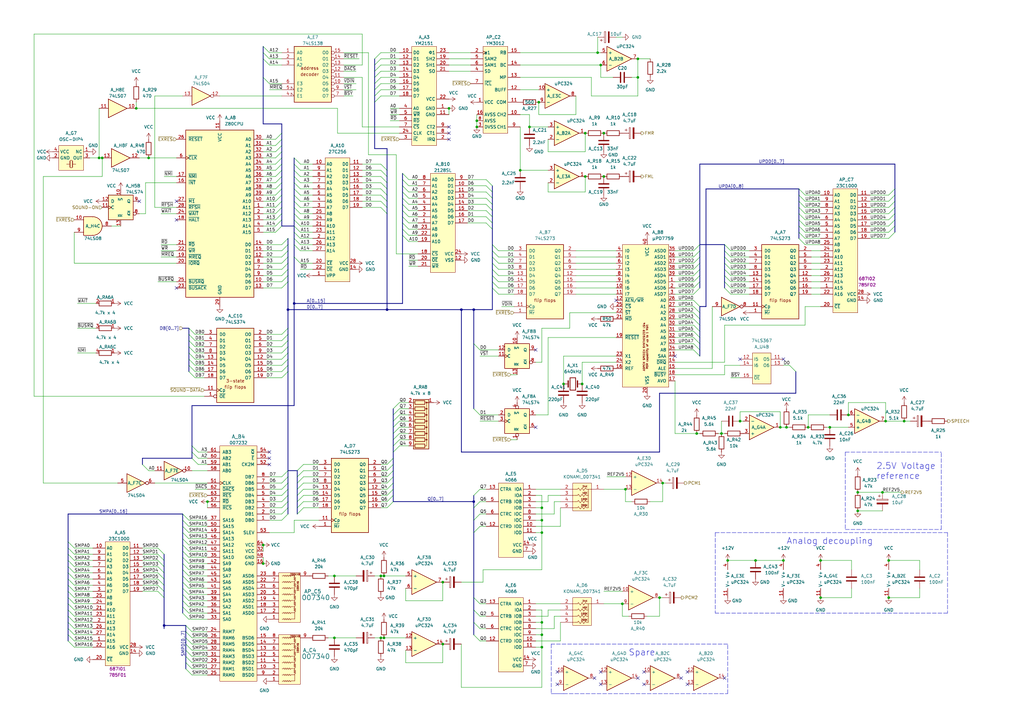
<source format=kicad_sch>
(kicad_sch (version 20231120) (generator "eeschema") (generator_version "8.0")
  (paper "A3")
  (title_block (title "Twin 16 - Rev B") (date "2024-08-04") (company "Konami GX785/GX870/GX808/GX903") (comment 1 "Ulf Skutnabba, twitter: @skutis77"))
  (junction (at 309.88 229.87))
  (junction (at 247.65 54.61))
  (junction (at 240.03 54.61))
  (junction (at 181.61 264.16))
  (junction (at 320.04 175.26))
  (junction (at 261.62 31.75))
  (junction (at 298.45 229.87))
  (junction (at 247.65 72.39))
  (junction (at 351.79 209.55))
  (junction (at 157.48 236.22))
  (junction (at 220.98 41.91))
  (junction (at 137.16 236.22))
  (junction (at 231.14 157.48))
  (junction (at 336.55 245.11))
  (junction (at 217.17 52.07))
  (junction (at 41.91 64.77))
  (junction (at 222.25 213.36))
  (junction (at 184.15 44.45))
  (junction (at 156.21 261.62))
  (junction (at 271.78 198.12))
  (junction (at 256.54 200.66))
  (junction (at 55.88 44.45))
  (junction (at 67.31 256.54))
  (junction (at 194.31 127))
  (junction (at 370.84 172.72))
  (junction (at 222.25 208.28))
  (junction (at 336.55 229.87))
  (junction (at 120.65 124.46))
  (junction (at 118.11 127))
  (junction (at 189.23 127))
  (junction (at 347.98 170.18))
  (junction (at 364.49 245.11))
  (junction (at 60.96 64.77))
  (junction (at 195.58 52.07))
  (junction (at 285.75 177.8))
  (junction (at 238.76 157.48))
  (junction (at 194.31 205.74))
  (junction (at 364.49 229.87))
  (junction (at 261.62 24.13))
  (junction (at 107.95 231.14))
  (junction (at 137.16 261.62))
  (junction (at 107.95 223.52))
  (junction (at 363.22 172.72))
  (junction (at 245.11 21.59))
  (junction (at 156.21 236.22))
  (junction (at 158.75 127))
  (junction (at 222.25 255.27))
  (junction (at 246.38 26.67))
  (junction (at 295.91 177.8))
  (junction (at 157.48 261.62))
  (junction (at 321.31 229.87))
  (junction (at 240.03 72.39))
  (junction (at 85.09 205.74))
  (junction (at 255.27 247.65))
  (junction (at 340.36 175.26))
  (junction (at 213.36 69.85))
  (junction (at 195.58 49.53))
  (junction (at 351.79 201.93))
  (junction (at 322.58 175.26))
  (junction (at 331.47 175.26))
  (junction (at 361.95 201.93))
  (junction (at 181.61 238.76))
  (junction (at 270.51 245.11))
  (junction (at 222.25 260.35))
  (junction (at 222.25 218.44))
  (junction (at 303.53 172.72))
  (junction (at 222.25 265.43))
  (junction (at 40.64 64.77))
  (no_connect (at 321.31 147.32))
  (no_connect (at 252.73 123.19))
  (no_connect (at 219.71 143.51))
  (no_connect (at 184.15 52.07))
  (no_connect (at 72.39 82.55))
  (no_connect (at 72.39 90.17))
  (no_connect (at 72.39 118.11))
  (no_connect (at 264.16 280.67))
  (no_connect (at 264.16 275.59))
  (no_connect (at 279.4 278.13))
  (no_connect (at 228.6 275.59))
  (no_connect (at 228.6 280.67))
  (no_connect (at 246.38 275.59))
  (no_connect (at 261.62 278.13))
  (no_connect (at 246.38 280.67))
  (no_connect (at 243.84 278.13))
  (no_connect (at 281.94 275.59))
  (no_connect (at 297.18 278.13))
  (no_connect (at 281.94 280.67))
  (no_connect (at 219.71 175.26))
  (no_connect (at 184.15 54.61))
  (no_connect (at 110.49 187.96))
  (no_connect (at 110.49 190.5))
  (no_connect (at 110.49 185.42))
  (no_connect (at 276.86 146.05))
  (no_connect (at 57.15 82.55))
  (no_connect (at 184.15 57.15))
  (no_connect (at 303.53 147.32))
  (bus_entry (at 76.2 271.78) (size 2.54 2.54))
  (bus_entry (at 299.72 113.03) (size -2.54 -2.54))
  (bus_entry (at 123.19 95.25) (size -2.54 -2.54))
  (bus_entry (at 74.93 243.84) (size 2.54 2.54))
  (bus_entry (at 204.47 120.65) (size -2.54 -2.54))
  (bus_entry (at 74.93 210.82) (size 2.54 2.54))
  (bus_entry (at 74.93 241.3) (size 2.54 2.54))
  (bus_entry (at 364.49 80.01) (size 2.54 -2.54))
  (bus_entry (at 64.77 240.03) (size 2.54 2.54))
  (bus_entry (at 115.57 137.16) (size 2.54 -2.54))
  (bus_entry (at 115.57 107.95) (size 2.54 -2.54))
  (bus_entry (at 284.48 143.51) (size 2.54 2.54))
  (bus_entry (at 113.03 57.15) (size 2.54 -2.54))
  (bus_entry (at 27.94 245.11) (size 2.54 2.54))
  (bus_entry (at 299.72 118.11) (size -2.54 -2.54))
  (bus_entry (at 107.95 24.13) (size 2.54 2.54))
  (bus_entry (at 284.48 107.95) (size 2.54 -2.54))
  (bus_entry (at 76.2 269.24) (size 2.54 2.54))
  (bus_entry (at 27.94 222.25) (size 2.54 2.54))
  (bus_entry (at 74.93 218.44) (size 2.54 2.54))
  (bus_entry (at 107.95 19.05) (size 2.54 2.54))
  (bus_entry (at 327.66 92.71) (size 2.54 2.54))
  (bus_entry (at 167.64 78.74) (size -2.54 -2.54))
  (bus_entry (at 364.49 92.71) (size 2.54 -2.54))
  (bus_entry (at 64.77 237.49) (size 2.54 2.54))
  (bus_entry (at 74.93 246.38) (size 2.54 2.54))
  (bus_entry (at 74.93 236.22) (size 2.54 2.54))
  (bus_entry (at 64.77 232.41) (size 2.54 2.54))
  (bus_entry (at 27.94 250.19) (size 2.54 2.54))
  (bus_entry (at 76.2 264.16) (size 2.54 2.54))
  (bus_entry (at 167.64 73.66) (size -2.54 -2.54))
  (bus_entry (at 299.72 107.95) (size -2.54 -2.54))
  (bus_entry (at 327.66 90.17) (size 2.54 2.54))
  (bus_entry (at 113.03 62.23) (size 2.54 -2.54))
  (bus_entry (at 76.2 259.08) (size 2.54 2.54))
  (bus_entry (at 299.72 110.49) (size -2.54 -2.54))
  (bus_entry (at 78.74 187.96) (size 2.54 2.54))
  (bus_entry (at 284.48 105.41) (size 2.54 -2.54))
  (bus_entry (at 113.03 69.85) (size 2.54 -2.54))
  (bus_entry (at 327.66 85.09) (size 2.54 2.54))
  (bus_entry (at 194.31 203.2) (size 2.54 -2.54))
  (bus_entry (at 194.31 208.28) (size 2.54 -2.54))
  (bus_entry (at 194.31 213.36) (size 2.54 -2.54))
  (bus_entry (at 194.31 218.44) (size 2.54 -2.54))
  (bus_entry (at 199.39 83.82) (size 2.54 2.54))
  (bus_entry (at 153.67 31.75) (size 2.54 -2.54))
  (bus_entry (at 364.49 85.09) (size 2.54 -2.54))
  (bus_entry (at 199.39 86.36) (size 2.54 2.54))
  (bus_entry (at 124.46 190.5) (size -2.54 2.54))
  (bus_entry (at 113.03 72.39) (size 2.54 -2.54))
  (bus_entry (at 204.47 107.95) (size -2.54 -2.54))
  (bus_entry (at 77.47 152.4) (size 2.54 2.54))
  (bus_entry (at 77.47 147.32) (size 2.54 2.54))
  (bus_entry (at 167.64 93.98) (size -2.54 -2.54))
  (bus_entry (at 123.19 92.71) (size -2.54 -2.54))
  (bus_entry (at 364.49 95.25) (size 2.54 -2.54))
  (bus_entry (at 27.94 255.27) (size 2.54 2.54))
  (bus_entry (at 115.57 115.57) (size 2.54 -2.54))
  (bus_entry (at 115.57 102.87) (size 2.54 -2.54))
  (bus_entry (at 167.64 86.36) (size -2.54 -2.54))
  (bus_entry (at 199.39 88.9) (size 2.54 2.54))
  (bus_entry (at 123.19 74.93) (size -2.54 -2.54))
  (bus_entry (at 167.64 88.9) (size -2.54 -2.54))
  (bus_entry (at 123.19 107.95) (size -2.54 -2.54))
  (bus_entry (at 115.57 152.4) (size 2.54 -2.54))
  (bus_entry (at 161.29 167.64) (size 2.54 -2.54))
  (bus_entry (at 58.42 190.5) (size 2.54 2.54))
  (bus_entry (at 194.31 140.97) (size 2.54 2.54))
  (bus_entry (at 78.74 182.88) (size 2.54 2.54))
  (bus_entry (at 124.46 205.74) (size -2.54 2.54))
  (bus_entry (at 194.31 245.11) (size 2.54 2.54))
  (bus_entry (at 115.57 105.41) (size 2.54 -2.54))
  (bus_entry (at 123.19 77.47) (size -2.54 -2.54))
  (bus_entry (at 115.57 144.78) (size 2.54 -2.54))
  (bus_entry (at 64.77 229.87) (size 2.54 2.54))
  (bus_entry (at 115.57 200.66) (size 2.54 -2.54))
  (bus_entry (at 156.21 82.55) (size 2.54 2.54))
  (bus_entry (at 27.94 224.79) (size 2.54 2.54))
  (bus_entry (at 27.94 237.49) (size 2.54 2.54))
  (bus_entry (at 158.75 193.04) (size 2.54 -2.54))
  (bus_entry (at 115.57 110.49) (size 2.54 -2.54))
  (bus_entry (at 158.75 198.12) (size 2.54 -2.54))
  (bus_entry (at 27.94 227.33) (size 2.54 2.54))
  (bus_entry (at 124.46 195.58) (size -2.54 2.54))
  (bus_entry (at 64.77 234.95) (size 2.54 2.54))
  (bus_entry (at 74.93 213.36) (size 2.54 2.54))
  (bus_entry (at 284.48 115.57) (size 2.54 -2.54))
  (bus_entry (at 74.93 226.06) (size 2.54 2.54))
  (bus_entry (at 115.57 149.86) (size 2.54 -2.54))
  (bus_entry (at 167.64 76.2) (size -2.54 -2.54))
  (bus_entry (at 107.95 21.59) (size 2.54 2.54))
  (bus_entry (at 113.03 90.17) (size 2.54 -2.54))
  (bus_entry (at 113.03 82.55) (size 2.54 -2.54))
  (bus_entry (at 113.03 64.77) (size 2.54 -2.54))
  (bus_entry (at 204.47 105.41) (size -2.54 -2.54))
  (bus_entry (at 327.66 82.55) (size 2.54 2.54))
  (bus_entry (at 284.48 135.89) (size 2.54 2.54))
  (bus_entry (at 123.19 67.31) (size -2.54 -2.54))
  (bus_entry (at 27.94 252.73) (size 2.54 2.54))
  (bus_entry (at 27.94 247.65) (size 2.54 2.54))
  (bus_entry (at 76.2 261.62) (size 2.54 2.54))
  (bus_entry (at 284.48 113.03) (size 2.54 -2.54))
  (bus_entry (at 113.03 77.47) (size 2.54 -2.54))
  (bus_entry (at 167.64 83.82) (size -2.54 -2.54))
  (bus_entry (at 27.94 260.35) (size 2.54 2.54))
  (bus_entry (at 161.29 175.26) (size 2.54 -2.54))
  (bus_entry (at 123.19 72.39) (size -2.54 -2.54))
  (bus_entry (at 167.64 91.44) (size -2.54 -2.54))
  (bus_entry (at 323.85 149.86) (size 2.54 2.54))
  (bus_entry (at 161.29 177.8) (size 2.54 -2.54))
  (bus_entry (at 77.47 134.62) (size 2.54 2.54))
  (bus_entry (at 153.67 41.91) (size 2.54 -2.54))
  (bus_entry (at 204.47 102.87) (size -2.54 -2.54))
  (bus_entry (at 124.46 193.04) (size -2.54 2.54))
  (bus_entry (at 299.72 120.65) (size -2.54 -2.54))
  (bus_entry (at 299.72 105.41) (size -2.54 -2.54))
  (bus_entry (at 123.19 85.09) (size -2.54 -2.54))
  (bus_entry (at 113.03 85.09) (size 2.54 -2.54))
  (bus_entry (at 284.48 118.11) (size 2.54 -2.54))
  (bus_entry (at 158.75 203.2) (size 2.54 -2.54))
  (bus_entry (at 77.47 149.86) (size 2.54 2.54))
  (bus_entry (at 115.57 195.58) (size 2.54 -2.54))
  (bus_entry (at 153.67 26.67) (size 2.54 -2.54))
  (bus_entry (at 113.03 92.71) (size 2.54 -2.54))
  (bus_entry (at 113.03 80.01) (size 2.54 -2.54))
  (bus_entry (at 115.57 139.7) (size 2.54 -2.54))
  (bus_entry (at 124.46 198.12) (size -2.54 2.54))
  (bus_entry (at 156.21 80.01) (size 2.54 2.54))
  (bus_entry (at 123.19 100.33) (size -2.54 -2.54))
  (bus_entry (at 113.03 59.69) (size 2.54 -2.54))
  (bus_entry (at 77.47 144.78) (size 2.54 2.54))
  (bus_entry (at 27.94 240.03) (size 2.54 2.54))
  (bus_entry (at 74.93 223.52) (size 2.54 2.54))
  (bus_entry (at 158.75 208.28) (size 2.54 -2.54))
  (bus_entry (at 27.94 232.41) (size 2.54 2.54))
  (bus_entry (at 74.93 231.14) (size 2.54 2.54))
  (bus_entry (at 156.21 72.39) (size 2.54 2.54))
  (bus_entry (at 156.21 67.31) (size 2.54 2.54))
  (bus_entry (at 123.19 97.79) (size -2.54 -2.54))
  (bus_entry (at 299.72 115.57) (size -2.54 -2.54))
  (bus_entry (at 364.49 97.79) (size 2.54 -2.54))
  (bus_entry (at 156.21 85.09) (size 2.54 2.54))
  (bus_entry (at 153.67 36.83) (size 2.54 -2.54))
  (bus_entry (at 123.19 87.63) (size -2.54 -2.54))
  (bus_entry (at 199.39 73.66) (size 2.54 2.54))
  (bus_entry (at 327.66 77.47) (size 2.54 2.54))
  (bus_entry (at 327.66 97.79) (size 2.54 2.54))
  (bus_entry (at 284.48 133.35) (size 2.54 2.54))
  (bus_entry (at 161.29 185.42) (size 2.54 -2.54))
  (bus_entry (at 284.48 123.19) (size 2.54 2.54))
  (bus_entry (at 64.77 224.79) (size 2.54 2.54))
  (bus_entry (at 123.19 80.01) (size -2.54 -2.54))
  (bus_entry (at 74.93 238.76) (size 2.54 2.54))
  (bus_entry (at 27.94 229.87) (size 2.54 2.54))
  (bus_entry (at 123.19 69.85) (size -2.54 -2.54))
  (bus_entry (at 123.19 82.55) (size -2.54 -2.54))
  (bus_entry (at 284.48 102.87) (size 2.54 -2.54))
  (bus_entry (at 113.03 87.63) (size 2.54 -2.54))
  (bus_entry (at 204.47 110.49) (size -2.54 -2.54))
  (bus_entry (at 167.64 99.06) (size -2.54 -2.54))
  (bus_entry (at 158.75 195.58) (size 2.54 -2.54))
  (bus_entry (at 284.48 138.43) (size 2.54 2.54))
  (bus_entry (at 76.2 266.7) (size 2.54 2.54))
  (bus_entry (at 124.46 200.66) (size -2.54 2.54))
  (bus_entry (at 194.31 260.35) (size 2.54 2.54))
  (bus_entry (at 27.94 242.57) (size 2.54 2.54))
  (bus_entry (at 77.47 139.7) (size 2.54 2.54))
  (bus_entry (at 115.57 100.33) (size 2.54 -2.54))
  (bus_entry (at 124.46 203.2) (size -2.54 2.54))
  (bus_entry (at 158.75 200.66) (size 2.54 -2.54))
  (bus_entry (at 115.57 142.24) (size 2.54 -2.54))
  (bus_entry (at 115.57 198.12) (size 2.54 -2.54))
  (bus_entry (at 153.67 29.21) (size 2.54 -2.54))
  (bus_entry (at 199.39 78.74) (size 2.54 2.54))
  (bus_entry (at 113.03 95.25) (size 2.54 -2.54))
  (bus_entry (at 115.57 208.28) (size 2.54 -2.54))
  (bus_entry (at 194.31 255.27) (size 2.54 2.54))
  (bus_entry (at 74.93 215.9) (size 2.54 2.54))
  (bus_entry (at 161.29 180.34) (size 2.54 -2.54))
  (bus_entry (at 77.47 142.24) (size 2.54 2.54))
  (bus_entry (at 123.19 90.17) (size -2.54 -2.54))
  (bus_entry (at 78.74 185.42) (size 2.54 2.54))
  (bus_entry (at 77.47 137.16) (size 2.54 2.54))
  (bus_entry (at 327.66 95.25) (size 2.54 2.54))
  (bus_entry (at 153.67 34.29) (size 2.54 -2.54))
  (bus_entry (at 123.19 102.87) (size -2.54 -2.54))
  (bus_entry (at 204.47 113.03) (size -2.54 -2.54))
  (bus_entry (at 199.39 76.2) (size 2.54 2.54))
  (bus_entry (at 64.77 227.33) (size 2.54 2.54))
  (bus_entry (at 167.64 81.28) (size -2.54 -2.54))
  (bus_entry (at 158.75 190.5) (size 2.54 -2.54))
  (bus_entry (at 199.39 91.44) (size 2.54 2.54))
  (bus_entry (at 284.48 130.81) (size 2.54 2.54))
  (bus_entry (at 74.93 251.46) (size 2.54 2.54))
  (bus_entry (at 194.31 167.64) (size 2.54 2.54))
  (bus_entry (at 167.64 96.52) (size -2.54 -2.54))
  (bus_entry (at 124.46 208.28) (size -2.54 2.54))
  (bus_entry (at 161.29 172.72) (size 2.54 -2.54))
  (bus_entry (at 115.57 210.82) (size 2.54 -2.54))
  (bus_entry (at 115.57 147.32) (size 2.54 -2.54))
  (bus_entry (at 64.77 242.57) (size 2.54 2.54))
  (bus_entry (at 74.93 233.68) (size 2.54 2.54))
  (bus_entry (at 27.94 257.81) (size 2.54 2.54))
  (bus_entry (at 153.67 39.37) (size 2.54 -2.54))
  (bus_entry (at 284.48 125.73) (size 2.54 2.54))
  (bus_entry (at 27.94 234.95) (size 2.54 2.54))
  (bus_entry (at 364.49 87.63) (size 2.54 -2.54))
  (bus_entry (at 299.72 102.87) (size -2.54 -2.54))
  (bus_entry (at 156.21 77.47) (size 2.54 2.54))
  (bus_entry (at 74.93 248.92) (size 2.54 2.54))
  (bus_entry (at 327.66 87.63) (size 2.54 2.54))
  (bus_entry (at 199.39 81.28) (size 2.54 2.54))
  (bus_entry (at 74.93 228.6) (size 2.54 2.54))
  (bus_entry (at 284.48 120.65) (size 2.54 -2.54))
  (bus_entry (at 115.57 205.74) (size 2.54 -2.54))
  (bus_entry (at 113.03 74.93) (size 2.54 -2.54))
  (bus_entry (at 113.03 67.31) (size 2.54 -2.54))
  (bus_entry (at 327.66 80.01) (size 2.54 2.54))
  (bus_entry (at 74.93 220.98) (size 2.54 2.54))
  (bus_entry (at 204.47 115.57) (size -2.54 -2.54))
  (bus_entry (at 115.57 118.11) (size 2.54 -2.54))
  (bus_entry (at 27.94 262.89) (size 2.54 2.54))
  (bus_entry (at 284.48 128.27) (size 2.54 2.54))
  (bus_entry (at 364.49 82.55) (size 2.54 -2.54))
  (bus_entry (at 156.21 69.85) (size 2.54 2.54))
  (bus_entry (at 161.29 170.18) (size 2.54 -2.54))
  (bus_entry (at 115.57 213.36) (size 2.54 -2.54))
  (bus_entry (at 364.49 90.17) (size 2.54 -2.54))
  (bus_entry (at 194.31 250.19) (size 2.54 2.54))
  (bus_entry (at 158.75 205.74) (size 2.54 -2.54))
  (bus_entry (at 284.48 140.97) (size 2.54 2.54))
  (bus_entry (at 76.2 256.54) (size 2.54 2.54))
  (bus_entry (at 161.29 182.88) (size 2.54 -2.54))
  (bus_entry (at 115.57 203.2) (size 2.54 -2.54))
  (bus_entry (at 115.57 154.94) (size 2.54 -2.54))
  (bus_entry (at 156.21 74.93) (size 2.54 2.54))
  (bus_entry (at 115.57 113.03) (size 2.54 -2.54))
  (bus_entry (at 76.2 274.32) (size 2.54 2.54))
  (bus_entry (at 284.48 110.49) (size 2.54 -2.54))
  (bus_entry (at 153.67 24.13) (size 2.54 -2.54))
  (bus_entry (at 204.47 118.11) (size -2.54 -2.54))
  (bus_entry (at 107.95 31.75) (size 2.54 2.54))
  (wire (pts (xy 167.64 109.22) (xy 171.45 109.22)))
  (wire (pts (xy 171.45 93.98) (xy 167.64 93.98)))
  (wire (pts (xy 30.48 252.73) (xy 38.1 252.73)))
  (wire (pts (xy 227.33 252.73) (xy 229.87 252.73)))
  (wire (pts (xy 30.48 255.27) (xy 38.1 255.27)))
  (wire (pts (xy 294.64 177.8) (xy 295.91 177.8)))
  (wire (pts (xy 107.95 59.69) (xy 113.03 59.69)))
  (wire (pts (xy 307.34 105.41) (xy 299.72 105.41)))
  (wire (pts (xy 30.48 234.95) (xy 38.1 234.95)))
  (bus (pts (xy 74.93 233.68) (xy 74.93 231.14)))
  (bus (pts (xy 78.74 182.88) (xy 78.74 185.42)))
  (bus (pts (xy 158.75 127) (xy 118.11 127)))
  (wire (pts (xy 110.49 208.28) (xy 115.57 208.28)))
  (wire (pts (xy 297.18 133.35) (xy 330.2 133.35)))
  (bus (pts (xy 201.93 118.11) (xy 201.93 127)))
  (polyline (pts (xy 298.45 264.16) (xy 226.06 264.16)) (stroke (width 0) (type dash)))
  (wire (pts (xy 196.85 200.66) (xy 199.39 200.66)))
  (wire (pts (xy 330.2 100.33) (xy 336.55 100.33)))
  (wire (pts (xy 77.47 246.38) (xy 85.09 246.38)))
  (bus (pts (xy 67.31 245.11) (xy 67.31 256.54)))
  (wire (pts (xy 351.79 201.93) (xy 361.95 201.93)))
  (wire (pts (xy 78.74 276.86) (xy 85.09 276.86)))
  (bus (pts (xy 121.92 203.2) (xy 121.92 205.74)))
  (wire (pts (xy 128.27 90.17) (xy 123.19 90.17)))
  (wire (pts (xy 191.77 83.82) (xy 199.39 83.82)))
  (bus (pts (xy 287.02 125.73) (xy 289.56 125.73)))
  (wire (pts (xy 271.78 245.11) (xy 270.51 245.11)))
  (wire (pts (xy 156.21 198.12) (xy 158.75 198.12)))
  (wire (pts (xy 322.58 175.26) (xy 323.85 175.26)))
  (bus (pts (xy 67.31 227.33) (xy 67.31 229.87)))
  (bus (pts (xy 115.57 54.61) (xy 115.57 57.15)))
  (wire (pts (xy 236.22 113.03) (xy 252.73 113.03)))
  (polyline (pts (xy 346.71 185.42) (xy 386.08 185.42)) (stroke (width 0) (type dash)))
  (wire (pts (xy 163.83 167.64) (xy 167.64 167.64)))
  (wire (pts (xy 45.72 92.71) (xy 49.53 92.71)))
  (bus (pts (xy 153.67 29.21) (xy 153.67 31.75)))
  (wire (pts (xy 55.88 41.91) (xy 55.88 44.45)))
  (bus (pts (xy 201.93 115.57) (xy 201.93 118.11)))
  (wire (pts (xy 331.47 170.18) (xy 331.47 175.26)))
  (wire (pts (xy 80.01 137.16) (xy 83.82 137.16)))
  (bus (pts (xy 115.57 90.17) (xy 115.57 92.71)))
  (wire (pts (xy 156.21 261.62) (xy 157.48 261.62)))
  (bus (pts (xy 161.29 187.96) (xy 161.29 190.5)))
  (wire (pts (xy 30.48 107.95) (xy 72.39 107.95)))
  (bus (pts (xy 297.18 110.49) (xy 297.18 113.03)))
  (wire (pts (xy 148.59 69.85) (xy 156.21 69.85)))
  (wire (pts (xy 196.85 143.51) (xy 204.47 143.51)))
  (wire (pts (xy 67.31 72.39) (xy 72.39 72.39)))
  (wire (pts (xy 77.47 231.14) (xy 85.09 231.14)))
  (bus (pts (xy 118.11 110.49) (xy 118.11 113.03)))
  (wire (pts (xy 60.96 64.77) (xy 72.39 64.77)))
  (bus (pts (xy 189.23 127) (xy 158.75 127)))
  (bus (pts (xy 367.03 87.63) (xy 367.03 85.09)))
  (wire (pts (xy 213.36 69.85) (xy 224.79 69.85)))
  (wire (pts (xy 72.39 85.09) (xy 63.5 85.09)))
  (wire (pts (xy 370.84 172.72) (xy 373.38 172.72)))
  (bus (pts (xy 118.11 142.24) (xy 118.11 144.78)))
  (bus (pts (xy 297.18 100.33) (xy 297.18 102.87)))
  (wire (pts (xy 148.59 82.55) (xy 156.21 82.55)))
  (wire (pts (xy 66.04 102.87) (xy 72.39 102.87)))
  (bus (pts (xy 287.02 130.81) (xy 287.02 128.27)))
  (wire (pts (xy 297.18 149.86) (xy 303.53 149.86)))
  (wire (pts (xy 196.85 170.18) (xy 204.47 170.18)))
  (wire (pts (xy 107.95 95.25) (xy 113.03 95.25)))
  (bus (pts (xy 120.65 95.25) (xy 120.65 97.79)))
  (bus (pts (xy 120.65 92.71) (xy 120.65 95.25)))
  (wire (pts (xy 163.83 180.34) (xy 167.64 180.34)))
  (bus (pts (xy 367.03 67.31) (xy 287.02 67.31)))
  (bus (pts (xy 161.29 205.74) (xy 194.31 205.74)))
  (wire (pts (xy 320.04 168.91) (xy 303.53 168.91)))
  (bus (pts (xy 327.66 80.01) (xy 327.66 82.55)))
  (bus (pts (xy 287.02 107.95) (xy 287.02 105.41)))
  (bus (pts (xy 115.57 62.23) (xy 115.57 64.77)))
  (bus (pts (xy 120.65 87.63) (xy 120.65 90.17)))
  (bus (pts (xy 161.29 182.88) (xy 161.29 185.42)))
  (wire (pts (xy 276.86 153.67) (xy 297.18 153.67)))
  (wire (pts (xy 130.81 198.12) (xy 124.46 198.12)))
  (wire (pts (xy 276.86 128.27) (xy 284.48 128.27)))
  (bus (pts (xy 27.94 247.65) (xy 27.94 250.19)))
  (wire (pts (xy 151.13 21.59) (xy 151.13 63.5)))
  (wire (pts (xy 276.86 105.41) (xy 284.48 105.41)))
  (bus (pts (xy 201.93 76.2) (xy 201.93 78.74)))
  (wire (pts (xy 72.39 74.93) (xy 59.69 74.93)))
  (bus (pts (xy 326.39 161.29) (xy 270.51 161.29)))
  (wire (pts (xy 140.97 34.29) (xy 146.05 34.29)))
  (polyline (pts (xy 231.14 284.48) (xy 298.45 284.48)) (stroke (width 0) (type dash)))
  (bus (pts (xy 77.47 152.4) (xy 77.47 149.86)))
  (bus (pts (xy 201.93 88.9) (xy 201.93 91.44)))
  (wire (pts (xy 303.53 168.91) (xy 303.53 172.72)))
  (wire (pts (xy 222.25 281.94) (xy 222.25 265.43)))
  (bus (pts (xy 287.02 146.05) (xy 287.02 143.51)))
  (wire (pts (xy 242.57 39.37) (xy 261.62 39.37)))
  (wire (pts (xy 78.74 266.7) (xy 85.09 266.7)))
  (wire (pts (xy 140.97 24.13) (xy 147.32 24.13)))
  (wire (pts (xy 107.95 113.03) (xy 115.57 113.03)))
  (polyline (pts (xy 293.37 218.44) (xy 388.62 218.44)) (stroke (width 0) (type dash)))
  (bus (pts (xy 153.67 24.13) (xy 153.67 26.67)))
  (bus (pts (xy 201.93 91.44) (xy 201.93 93.98)))
  (wire (pts (xy 31.75 134.62) (xy 39.37 134.62)))
  (bus (pts (xy 27.94 224.79) (xy 27.94 227.33)))
  (bus (pts (xy 287.02 140.97) (xy 287.02 138.43)))
  (wire (pts (xy 107.95 85.09) (xy 113.03 85.09)))
  (wire (pts (xy 184.15 21.59) (xy 193.04 21.59)))
  (wire (pts (xy 248.92 195.58) (xy 256.54 195.58)))
  (bus (pts (xy 115.57 85.09) (xy 115.57 87.63)))
  (bus (pts (xy 118.11 193.04) (xy 121.92 193.04)))
  (wire (pts (xy 276.86 151.13) (xy 292.1 151.13)))
  (bus (pts (xy 161.29 203.2) (xy 161.29 205.74)))
  (bus (pts (xy 118.11 208.28) (xy 118.11 205.74)))
  (wire (pts (xy 30.48 245.11) (xy 38.1 245.11)))
  (wire (pts (xy 123.19 107.95) (xy 128.27 107.95)))
  (bus (pts (xy 74.93 246.38) (xy 74.93 248.92)))
  (wire (pts (xy 356.87 90.17) (xy 364.49 90.17)))
  (bus (pts (xy 158.75 85.09) (xy 158.75 87.63)))
  (wire (pts (xy 222.25 265.43) (xy 219.71 265.43)))
  (wire (pts (xy 160.02 44.45) (xy 163.83 44.45)))
  (bus (pts (xy 165.1 73.66) (xy 165.1 76.2)))
  (bus (pts (xy 121.92 198.12) (xy 121.92 200.66)))
  (wire (pts (xy 83.82 162.56) (xy 13.97 162.56)))
  (bus (pts (xy 327.66 90.17) (xy 327.66 92.71)))
  (wire (pts (xy 128.27 85.09) (xy 123.19 85.09)))
  (wire (pts (xy 156.21 200.66) (xy 158.75 200.66)))
  (wire (pts (xy 130.81 195.58) (xy 124.46 195.58)))
  (bus (pts (xy 77.47 147.32) (xy 77.47 144.78)))
  (wire (pts (xy 109.22 147.32) (xy 115.57 147.32)))
  (bus (pts (xy 120.65 100.33) (xy 120.65 105.41)))
  (bus (pts (xy 76.2 259.08) (xy 76.2 261.62)))
  (bus (pts (xy 115.57 82.55) (xy 115.57 85.09)))
  (bus (pts (xy 115.57 74.93) (xy 115.57 77.47)))
  (wire (pts (xy 138.43 54.61) (xy 163.83 54.61)))
  (wire (pts (xy 222.25 218.44) (xy 222.25 213.36)))
  (bus (pts (xy 287.02 100.33) (xy 297.18 100.33)))
  (wire (pts (xy 80.01 144.78) (xy 83.82 144.78)))
  (wire (pts (xy 30.48 242.57) (xy 38.1 242.57)))
  (bus (pts (xy 115.57 57.15) (xy 115.57 59.69)))
  (wire (pts (xy 209.55 180.34) (xy 212.09 180.34)))
  (bus (pts (xy 74.93 241.3) (xy 74.93 238.76)))
  (wire (pts (xy 219.71 255.27) (xy 222.25 255.27)))
  (bus (pts (xy 120.65 77.47) (xy 120.65 80.01)))
  (wire (pts (xy 156.21 205.74) (xy 158.75 205.74)))
  (wire (pts (xy 213.36 21.59) (xy 245.11 21.59)))
  (wire (pts (xy 219.71 208.28) (xy 222.25 208.28)))
  (bus (pts (xy 27.94 252.73) (xy 27.94 255.27)))
  (wire (pts (xy 299.72 154.94) (xy 303.53 154.94)))
  (wire (pts (xy 265.43 252.73) (xy 270.51 252.73)))
  (wire (pts (xy 377.19 245.11) (xy 377.19 241.3)))
  (wire (pts (xy 224.79 74.93) (xy 224.79 78.74)))
  (wire (pts (xy 77.47 254) (xy 85.09 254)))
  (wire (pts (xy 330.2 82.55) (xy 336.55 82.55)))
  (polyline (pts (xy 298.45 284.48) (xy 298.45 264.16)) (stroke (width 0) (type dash)))
  (wire (pts (xy 217.17 52.07) (xy 217.17 46.99)))
  (bus (pts (xy 118.11 198.12) (xy 118.11 195.58)))
  (bus (pts (xy 118.11 210.82) (xy 118.11 208.28)))
  (wire (pts (xy 171.45 81.28) (xy 167.64 81.28)))
  (bus (pts (xy 74.93 243.84) (xy 74.93 241.3)))
  (wire (pts (xy 363.22 172.72) (xy 370.84 172.72)))
  (wire (pts (xy 198.12 238.76) (xy 198.12 233.68)))
  (bus (pts (xy 201.93 81.28) (xy 201.93 83.82)))
  (bus (pts (xy 201.93 78.74) (xy 201.93 81.28)))
  (wire (pts (xy 332.74 113.03) (xy 336.55 113.03)))
  (wire (pts (xy 162.56 104.14) (xy 162.56 63.5)))
  (wire (pts (xy 330.2 90.17) (xy 336.55 90.17)))
  (bus (pts (xy 327.66 95.25) (xy 327.66 97.79)))
  (wire (pts (xy 247.65 242.57) (xy 255.27 242.57)))
  (wire (pts (xy 77.47 241.3) (xy 85.09 241.3)))
  (wire (pts (xy 107.95 115.57) (xy 115.57 115.57)))
  (wire (pts (xy 332.74 115.57) (xy 336.55 115.57)))
  (bus (pts (xy 121.92 193.04) (xy 121.92 195.58)))
  (wire (pts (xy 219.71 200.66) (xy 229.87 200.66)))
  (wire (pts (xy 363.22 172.72) (xy 363.22 165.1)))
  (wire (pts (xy 148.59 31.75) (xy 148.59 52.07)))
  (wire (pts (xy 276.86 110.49) (xy 284.48 110.49)))
  (wire (pts (xy 238.76 148.59) (xy 252.73 148.59)))
  (wire (pts (xy 30.48 260.35) (xy 38.1 260.35)))
  (wire (pts (xy 130.81 203.2) (xy 124.46 203.2)))
  (bus (pts (xy 161.29 200.66) (xy 161.29 203.2)))
  (bus (pts (xy 165.1 86.36) (xy 165.1 88.9)))
  (wire (pts (xy 229.87 215.9) (xy 229.87 208.28)))
  (wire (pts (xy 80.01 200.66) (xy 85.09 200.66)))
  (polyline (pts (xy 346.71 217.17) (xy 386.08 217.17)) (stroke (width 0) (type dash)))
  (bus (pts (xy 78.74 182.88) (xy 78.74 166.37)))
  (bus (pts (xy 287.02 113.03) (xy 287.02 110.49)))
  (wire (pts (xy 184.15 44.45) (xy 184.15 46.99)))
  (bus (pts (xy 74.93 218.44) (xy 74.93 215.9)))
  (bus (pts (xy 118.11 139.7) (xy 118.11 142.24)))
  (wire (pts (xy 377.19 229.87) (xy 377.19 233.68)))
  (wire (pts (xy 78.74 274.32) (xy 85.09 274.32)))
  (wire (pts (xy 332.74 110.49) (xy 336.55 110.49)))
  (wire (pts (xy 220.98 46.99) (xy 220.98 41.91)))
  (wire (pts (xy 246.38 21.59) (xy 245.11 21.59)))
  (bus (pts (xy 27.94 232.41) (xy 27.94 234.95)))
  (bus (pts (xy 67.31 229.87) (xy 67.31 232.41)))
  (wire (pts (xy 148.59 77.47) (xy 156.21 77.47)))
  (wire (pts (xy 55.88 44.45) (xy 138.43 44.45)))
  (wire (pts (xy 107.95 228.6) (xy 107.95 231.14)))
  (wire (pts (xy 196.85 257.81) (xy 199.39 257.81)))
  (wire (pts (xy 80.01 154.94) (xy 83.82 154.94)))
  (wire (pts (xy 356.87 82.55) (xy 364.49 82.55)))
  (bus (pts (xy 120.65 80.01) (xy 120.65 82.55)))
  (wire (pts (xy 128.27 102.87) (xy 123.19 102.87)))
  (wire (pts (xy 171.45 76.2) (xy 167.64 76.2)))
  (bus (pts (xy 287.02 67.31) (xy 287.02 100.33)))
  (bus (pts (xy 120.65 72.39) (xy 120.65 74.93)))
  (bus (pts (xy 120.65 69.85) (xy 120.65 72.39)))
  (bus (pts (xy 161.29 180.34) (xy 161.29 182.88)))
  (wire (pts (xy 340.36 175.26) (xy 339.09 175.26)))
  (wire (pts (xy 66.04 105.41) (xy 72.39 105.41)))
  (wire (pts (xy 224.79 57.15) (xy 224.79 62.23)))
  (bus (pts (xy 107.95 50.8) (xy 115.57 50.8)))
  (wire (pts (xy 259.08 31.75) (xy 261.62 31.75)))
  (bus (pts (xy 158.75 80.01) (xy 158.75 82.55)))
  (wire (pts (xy 276.86 156.21) (xy 276.86 177.8)))
  (wire (pts (xy 107.95 102.87) (xy 115.57 102.87)))
  (wire (pts (xy 219.71 262.89) (xy 229.87 262.89)))
  (wire (pts (xy 209.55 153.67) (xy 212.09 153.67)))
  (bus (pts (xy 287.02 143.51) (xy 287.02 140.97)))
  (wire (pts (xy 163.83 170.18) (xy 167.64 170.18)))
  (wire (pts (xy 134.62 261.62) (xy 137.16 261.62)))
  (bus (pts (xy 115.57 69.85) (xy 115.57 72.39)))
  (bus (pts (xy 161.29 170.18) (xy 161.29 172.72)))
  (wire (pts (xy 30.48 224.79) (xy 38.1 224.79)))
  (wire (pts (xy 30.48 240.03) (xy 38.1 240.03)))
  (wire (pts (xy 107.95 69.85) (xy 113.03 69.85)))
  (wire (pts (xy 233.68 128.27) (xy 252.73 128.27)))
  (wire (pts (xy 222.25 233.68) (xy 222.25 218.44)))
  (wire (pts (xy 195.58 49.53) (xy 195.58 52.07)))
  (wire (pts (xy 295.91 172.72) (xy 295.91 177.8)))
  (wire (pts (xy 196.85 210.82) (xy 199.39 210.82)))
  (wire (pts (xy 270.51 252.73) (xy 270.51 245.11)))
  (bus (pts (xy 326.39 152.4) (xy 326.39 161.29)))
  (bus (pts (xy 153.67 31.75) (xy 153.67 34.29)))
  (wire (pts (xy 130.81 208.28) (xy 124.46 208.28)))
  (bus (pts (xy 115.57 80.01) (xy 115.57 82.55)))
  (wire (pts (xy 109.22 144.78) (xy 115.57 144.78)))
  (polyline (pts (xy 386.08 217.17) (xy 386.08 185.42)) (stroke (width 0) (type dash)))
  (wire (pts (xy 148.59 52.07) (xy 163.83 52.07)))
  (wire (pts (xy 363.22 165.1) (xy 347.98 165.1)))
  (polyline (pts (xy 226.06 264.16) (xy 226.06 284.48)) (stroke (width 0) (type dash)))
  (wire (pts (xy 196.85 215.9) (xy 199.39 215.9)))
  (bus (pts (xy 118.11 195.58) (xy 118.11 193.04)))
  (wire (pts (xy 231.14 157.48) (xy 231.14 146.05)))
  (wire (pts (xy 110.49 210.82) (xy 115.57 210.82)))
  (wire (pts (xy 191.77 76.2) (xy 199.39 76.2)))
  (bus (pts (xy 120.65 124.46) (xy 165.1 124.46)))
  (wire (pts (xy 236.22 120.65) (xy 252.73 120.65)))
  (wire (pts (xy 276.86 102.87) (xy 284.48 102.87)))
  (bus (pts (xy 74.93 134.62) (xy 77.47 134.62)))
  (bus (pts (xy 120.65 97.79) (xy 120.65 100.33)))
  (wire (pts (xy 266.7 205.74) (xy 271.78 205.74)))
  (wire (pts (xy 163.83 175.26) (xy 167.64 175.26)))
  (bus (pts (xy 297.18 102.87) (xy 297.18 105.41)))
  (bus (pts (xy 120.65 67.31) (xy 120.65 69.85)))
  (wire (pts (xy 171.45 88.9) (xy 167.64 88.9)))
  (wire (pts (xy 128.27 72.39) (xy 123.19 72.39)))
  (wire (pts (xy 227.33 257.81) (xy 227.33 252.73)))
  (bus (pts (xy 120.65 85.09) (xy 120.65 87.63)))
  (wire (pts (xy 107.95 67.31) (xy 113.03 67.31)))
  (wire (pts (xy 224.79 205.74) (xy 224.79 203.2)))
  (wire (pts (xy 222.25 134.62) (xy 233.68 134.62)))
  (wire (pts (xy 219.71 213.36) (xy 222.25 213.36)))
  (wire (pts (xy 120.65 213.36) (xy 130.81 213.36)))
  (bus (pts (xy 201.93 102.87) (xy 201.93 105.41)))
  (wire (pts (xy 81.28 190.5) (xy 85.09 190.5)))
  (wire (pts (xy 276.86 115.57) (xy 284.48 115.57)))
  (bus (pts (xy 107.95 31.75) (xy 107.95 50.8)))
  (wire (pts (xy 297.18 153.67) (xy 297.18 149.86)))
  (bus (pts (xy 120.65 105.41) (xy 120.65 124.46)))
  (wire (pts (xy 307.34 118.11) (xy 299.72 118.11)))
  (wire (pts (xy 148.59 72.39) (xy 156.21 72.39)))
  (wire (pts (xy 60.96 193.04) (xy 63.5 193.04)))
  (wire (pts (xy 128.27 69.85) (xy 123.19 69.85)))
  (bus (pts (xy 165.1 91.44) (xy 165.1 93.98)))
  (bus (pts (xy 287.02 110.49) (xy 287.02 107.95)))
  (wire (pts (xy 107.95 82.55) (xy 113.03 82.55)))
  (wire (pts (xy 171.45 91.44) (xy 167.64 91.44)))
  (bus (pts (xy 165.1 76.2) (xy 165.1 78.74)))
  (bus (pts (xy 118.11 97.79) (xy 118.11 100.33)))
  (wire (pts (xy 332.74 107.95) (xy 336.55 107.95)))
  (bus (pts (xy 74.93 210.82) (xy 27.94 210.82)))
  (wire (pts (xy 261.62 24.13) (xy 266.7 24.13)))
  (wire (pts (xy 81.28 185.42) (xy 85.09 185.42)))
  (bus (pts (xy 189.23 185.42) (xy 270.51 185.42)))
  (wire (pts (xy 320.04 168.91) (xy 320.04 175.26)))
  (wire (pts (xy 128.27 82.55) (xy 123.19 82.55)))
  (bus (pts (xy 161.29 195.58) (xy 161.29 198.12)))
  (bus (pts (xy 165.1 78.74) (xy 165.1 81.28)))
  (bus (pts (xy 161.29 198.12) (xy 161.29 200.66)))
  (wire (pts (xy 330.2 80.01) (xy 336.55 80.01)))
  (wire (pts (xy 107.95 57.15) (xy 113.03 57.15)))
  (wire (pts (xy 109.22 142.24) (xy 115.57 142.24)))
  (wire (pts (xy 107.95 118.11) (xy 115.57 118.11)))
  (wire (pts (xy 41.91 64.77) (xy 41.91 72.39)))
  (bus (pts (xy 165.1 71.12) (xy 165.1 73.66)))
  (wire (pts (xy 130.81 200.66) (xy 124.46 200.66)))
  (wire (pts (xy 30.48 265.43) (xy 38.1 265.43)))
  (wire (pts (xy 157.48 236.22) (xy 156.21 236.22)))
  (wire (pts (xy 330.2 87.63) (xy 336.55 87.63)))
  (wire (pts (xy 30.48 262.89) (xy 38.1 262.89)))
  (wire (pts (xy 213.36 31.75) (xy 242.57 31.75)))
  (wire (pts (xy 295.91 177.8) (xy 297.18 177.8)))
  (wire (pts (xy 110.49 218.44) (xy 120.65 218.44)))
  (bus (pts (xy 27.94 237.49) (xy 27.94 240.03)))
  (bus (pts (xy 194.31 213.36) (xy 194.31 218.44)))
  (wire (pts (xy 110.49 198.12) (xy 115.57 198.12)))
  (wire (pts (xy 364.49 245.11) (xy 377.19 245.11)))
  (wire (pts (xy 128.27 67.31) (xy 123.19 67.31)))
  (wire (pts (xy 222.25 148.59) (xy 219.71 148.59)))
  (wire (pts (xy 220.98 36.83) (xy 213.36 36.83)))
  (bus (pts (xy 118.11 115.57) (xy 118.11 127)))
  (wire (pts (xy 285.75 177.8) (xy 287.02 177.8)))
  (bus (pts (xy 153.67 26.67) (xy 153.67 29.21)))
  (wire (pts (xy 196.85 172.72) (xy 204.47 172.72)))
  (wire (pts (xy 222.25 213.36) (xy 222.25 208.28)))
  (bus (pts (xy 27.94 242.57) (xy 27.94 245.11)))
  (wire (pts (xy 166.37 266.7) (xy 166.37 271.78)))
  (wire (pts (xy 307.34 113.03) (xy 299.72 113.03)))
  (wire (pts (xy 330.2 95.25) (xy 336.55 95.25)))
  (bus (pts (xy 158.75 72.39) (xy 158.75 74.93)))
  (bus (pts (xy 289.56 77.47) (xy 327.66 77.47)))
  (wire (pts (xy 128.27 80.01) (xy 123.19 80.01)))
  (wire (pts (xy 148.59 80.01) (xy 156.21 80.01)))
  (wire (pts (xy 77.47 226.06) (xy 85.09 226.06)))
  (bus (pts (xy 118.11 144.78) (xy 118.11 147.32)))
  (wire (pts (xy 336.55 229.87) (xy 349.25 229.87)))
  (wire (pts (xy 58.42 224.79) (xy 64.77 224.79)))
  (bus (pts (xy 153.67 60.96) (xy 158.75 60.96)))
  (bus (pts (xy 121.92 205.74) (xy 121.92 208.28)))
  (wire (pts (xy 13.97 13.97) (xy 148.59 13.97)))
  (wire (pts (xy 58.42 237.49) (xy 64.77 237.49)))
  (wire (pts (xy 276.86 113.03) (xy 284.48 113.03)))
  (wire (pts (xy 77.47 238.76) (xy 85.09 238.76)))
  (bus (pts (xy 161.29 190.5) (xy 161.29 193.04)))
  (bus (pts (xy 367.03 95.25) (xy 367.03 92.71)))
  (bus (pts (xy 118.11 137.16) (xy 118.11 139.7)))
  (bus (pts (xy 194.31 208.28) (xy 194.31 213.36)))
  (bus (pts (xy 201.93 105.41) (xy 201.93 107.95)))
  (bus (pts (xy 120.65 82.55) (xy 120.65 85.09)))
  (wire (pts (xy 163.83 24.13) (xy 156.21 24.13)))
  (bus (pts (xy 78.74 187.96) (xy 78.74 185.42)))
  (wire (pts (xy 80.01 152.4) (xy 83.82 152.4)))
  (bus (pts (xy 194.31 250.19) (xy 194.31 255.27)))
  (wire (pts (xy 157.48 236.22) (xy 166.37 236.22)))
  (polyline (pts (xy 293.37 218.44) (xy 293.37 251.46)) (stroke (width 0) (type dash)))
  (wire (pts (xy 330.2 125.73) (xy 336.55 125.73)))
  (wire (pts (xy 107.95 223.52) (xy 107.95 226.06)))
  (wire (pts (xy 210.82 115.57) (xy 204.47 115.57)))
  (wire (pts (xy 110.49 200.66) (xy 115.57 200.66)))
  (wire (pts (xy 219.71 210.82) (xy 227.33 210.82)))
  (wire (pts (xy 191.77 88.9) (xy 199.39 88.9)))
  (bus (pts (xy 165.1 88.9) (xy 165.1 91.44)))
  (bus (pts (xy 287.02 105.41) (xy 287.02 102.87)))
  (wire (pts (xy 66.04 87.63) (xy 72.39 87.63)))
  (bus (pts (xy 194.31 245.11) (xy 194.31 250.19)))
  (bus (pts (xy 76.2 271.78) (xy 76.2 274.32)))
  (wire (pts (xy 171.45 96.52) (xy 167.64 96.52)))
  (wire (pts (xy 107.95 74.93) (xy 113.03 74.93)))
  (wire (pts (xy 163.83 39.37) (xy 156.21 39.37)))
  (polyline (pts (xy 346.71 185.42) (xy 346.71 217.17)) (stroke (width 0) (type dash)))
  (bus (pts (xy 27.94 222.25) (xy 27.94 224.79)))
  (bus (pts (xy 115.57 77.47) (xy 115.57 80.01)))
  (wire (pts (xy 163.83 165.1) (xy 167.64 165.1)))
  (wire (pts (xy 222.25 250.19) (xy 222.25 255.27)))
  (wire (pts (xy 156.21 203.2) (xy 158.75 203.2)))
  (wire (pts (xy 78.74 269.24) (xy 85.09 269.24)))
  (bus (pts (xy 201.93 93.98) (xy 201.93 100.33)))
  (wire (pts (xy 224.79 252.73) (xy 224.79 250.19)))
  (wire (pts (xy 167.64 106.68) (xy 171.45 106.68)))
  (bus (pts (xy 74.93 231.14) (xy 74.93 228.6)))
  (bus (pts (xy 161.29 193.04) (xy 161.29 195.58)))
  (wire (pts (xy 210.82 105.41) (xy 204.47 105.41)))
  (wire (pts (xy 140.97 29.21) (xy 146.05 29.21)))
  (wire (pts (xy 227.33 210.82) (xy 227.33 205.74)))
  (wire (pts (xy 256.54 205.74) (xy 256.54 200.66)))
  (wire (pts (xy 184.15 29.21) (xy 193.04 29.21)))
  (bus (pts (xy 107.95 21.59) (xy 107.95 24.13)))
  (wire (pts (xy 191.77 73.66) (xy 199.39 73.66)))
  (bus (pts (xy 153.67 41.91) (xy 153.67 60.96)))
  (wire (pts (xy 110.49 24.13) (xy 115.57 24.13)))
  (wire (pts (xy 137.16 236.22) (xy 146.05 236.22)))
  (wire (pts (xy 330.2 92.71) (xy 336.55 92.71)))
  (wire (pts (xy 31.75 124.46) (xy 39.37 124.46)))
  (wire (pts (xy 58.42 240.03) (xy 64.77 240.03)))
  (wire (pts (xy 107.95 62.23) (xy 113.03 62.23)))
  (wire (pts (xy 80.01 139.7) (xy 83.82 139.7)))
  (wire (pts (xy 236.22 118.11) (xy 252.73 118.11)))
  (wire (pts (xy 134.62 236.22) (xy 137.16 236.22)))
  (wire (pts (xy 219.71 215.9) (xy 229.87 215.9)))
  (bus (pts (xy 165.1 83.82) (xy 165.1 86.36)))
  (bus (pts (xy 77.47 137.16) (xy 77.47 134.62)))
  (bus (pts (xy 118.11 152.4) (xy 118.11 193.04)))
  (wire (pts (xy 196.85 247.65) (xy 199.39 247.65)))
  (bus (pts (xy 58.42 187.96) (xy 78.74 187.96)))
  (bus (pts (xy 153.67 39.37) (xy 153.67 41.91)))
  (wire (pts (xy 128.27 97.79) (xy 123.19 97.79)))
  (bus (pts (xy 158.75 87.63) (xy 158.75 127)))
  (bus (pts (xy 115.57 59.69) (xy 115.57 62.23)))
  (wire (pts (xy 347.98 175.26) (xy 340.36 175.26)))
  (bus (pts (xy 194.31 127) (xy 189.23 127)))
  (wire (pts (xy 30.48 229.87) (xy 38.1 229.87)))
  (bus (pts (xy 194.31 218.44) (xy 194.31 245.11)))
  (bus (pts (xy 118.11 102.87) (xy 118.11 105.41)))
  (wire (pts (xy 128.27 95.25) (xy 123.19 95.25)))
  (bus (pts (xy 74.93 226.06) (xy 74.93 223.52)))
  (wire (pts (xy 240.03 78.74) (xy 240.03 72.39)))
  (bus (pts (xy 287.02 118.11) (xy 287.02 115.57)))
  (bus (pts (xy 58.42 190.5) (xy 58.42 187.96)))
  (wire (pts (xy 58.42 234.95) (xy 64.77 234.95)))
  (wire (pts (xy 236.22 115.57) (xy 252.73 115.57)))
  (wire (pts (xy 109.22 139.7) (xy 115.57 139.7)))
  (bus (pts (xy 161.29 175.26) (xy 161.29 177.8)))
  (bus (pts (xy 27.94 234.95) (xy 27.94 237.49)))
  (bus (pts (xy 67.31 256.54) (xy 67.31 257.81)))
  (wire (pts (xy 85.09 205.74) (xy 85.09 208.28)))
  (bus (pts (xy 77.47 144.78) (xy 77.47 142.24)))
  (wire (pts (xy 219.71 218.44) (xy 222.25 218.44)))
  (wire (pts (xy 184.15 24.13) (xy 193.04 24.13)))
  (wire (pts (xy 128.27 77.47) (xy 123.19 77.47)))
  (bus (pts (xy 201.93 86.36) (xy 201.93 88.9)))
  (bus (pts (xy 287.02 128.27) (xy 287.02 125.73)))
  (wire (pts (xy 251.46 31.75) (xy 246.38 31.75)))
  (wire (pts (xy 59.69 74.93) (xy 59.69 87.63)))
  (wire (pts (xy 110.49 205.74) (xy 115.57 205.74)))
  (wire (pts (xy 330.2 125.73) (xy 330.2 133.35)))
  (wire (pts (xy 322.58 175.26) (xy 320.04 175.26)))
  (wire (pts (xy 107.95 100.33) (xy 115.57 100.33)))
  (bus (pts (xy 287.02 115.57) (xy 287.02 113.03)))
  (wire (pts (xy 307.34 107.95) (xy 299.72 107.95)))
  (bus (pts (xy 201.93 83.82) (xy 201.93 86.36)))
  (bus (pts (xy 158.75 82.55) (xy 158.75 85.09)))
  (wire (pts (xy 107.95 105.41) (xy 115.57 105.41)))
  (bus (pts (xy 67.31 234.95) (xy 67.31 237.49)))
  (wire (pts (xy 140.97 39.37) (xy 144.78 39.37)))
  (wire (pts (xy 213.36 52.07) (xy 213.36 69.85)))
  (bus (pts (xy 287.02 138.43) (xy 287.02 135.89)))
  (wire (pts (xy 163.83 172.72) (xy 167.64 172.72)))
  (bus (pts (xy 27.94 255.27) (xy 27.94 257.81)))
  (wire (pts (xy 255.27 247.65) (xy 247.65 247.65)))
  (wire (pts (xy 156.21 193.04) (xy 158.75 193.04)))
  (bus (pts (xy 76.2 261.62) (xy 76.2 264.16)))
  (bus (pts (xy 77.47 149.86) (xy 77.47 147.32)))
  (bus (pts (xy 27.94 227.33) (xy 27.94 229.87)))
  (wire (pts (xy 130.81 190.5) (xy 124.46 190.5)))
  (bus (pts (xy 74.93 228.6) (xy 74.93 226.06)))
  (bus (pts (xy 287.02 102.87) (xy 287.02 100.33)))
  (wire (pts (xy 236.22 105.41) (xy 252.73 105.41)))
  (bus (pts (xy 121.92 208.28) (xy 121.92 210.82)))
  (wire (pts (xy 356.87 97.79) (xy 364.49 97.79)))
  (wire (pts (xy 78.74 259.08) (xy 85.09 259.08)))
  (bus (pts (xy 27.94 229.87) (xy 27.94 232.41)))
  (wire (pts (xy 109.22 154.94) (xy 115.57 154.94)))
  (wire (pts (xy 271.78 198.12) (xy 273.05 198.12)))
  (wire (pts (xy 78.74 264.16) (xy 85.09 264.16)))
  (wire (pts (xy 224.79 250.19) (xy 229.87 250.19)))
  (wire (pts (xy 58.42 232.41) (xy 64.77 232.41)))
  (wire (pts (xy 77.47 228.6) (xy 85.09 228.6)))
  (wire (pts (xy 171.45 86.36) (xy 167.64 86.36)))
  (bus (pts (xy 76.2 266.7) (xy 76.2 269.24)))
  (wire (pts (xy 247.65 200.66) (xy 256.54 200.66)))
  (bus (pts (xy 115.57 87.63) (xy 115.57 90.17)))
  (wire (pts (xy 110.49 34.29) (xy 115.57 34.29)))
  (bus (pts (xy 161.29 185.42) (xy 161.29 187.96)))
  (wire (pts (xy 307.34 110.49) (xy 299.72 110.49)))
  (wire (pts (xy 66.04 100.33) (xy 72.39 100.33)))
  (wire (pts (xy 140.97 36.83) (xy 146.05 36.83)))
  (wire (pts (xy 222.25 255.27) (xy 222.25 260.35)))
  (wire (pts (xy 276.86 148.59) (xy 297.18 148.59)))
  (wire (pts (xy 219.71 170.18) (xy 224.79 170.18)))
  (wire (pts (xy 153.67 236.22) (xy 156.21 236.22)))
  (bus (pts (xy 158.75 74.93) (xy 158.75 77.47)))
  (wire (pts (xy 213.36 26.67) (xy 246.38 26.67)))
  (wire (pts (xy 276.86 133.35) (xy 284.48 133.35)))
  (wire (pts (xy 58.42 227.33) (xy 64.77 227.33)))
  (bus (pts (xy 287.02 135.89) (xy 287.02 133.35)))
  (wire (pts (xy 224.79 138.43) (xy 224.79 170.18)))
  (wire (pts (xy 309.88 229.87) (xy 321.31 229.87)))
  (wire (pts (xy 189.23 281.94) (xy 222.25 281.94)))
  (wire (pts (xy 276.86 138.43) (xy 284.48 138.43)))
  (wire (pts (xy 77.47 218.44) (xy 85.09 218.44)))
  (wire (pts (xy 298.45 229.87) (xy 309.88 229.87)))
  (bus (pts (xy 74.93 220.98) (xy 74.93 218.44)))
  (wire (pts (xy 107.95 87.63) (xy 113.03 87.63)))
  (wire (pts (xy 340.36 170.18) (xy 331.47 170.18)))
  (wire (pts (xy 191.77 86.36) (xy 199.39 86.36)))
  (wire (pts (xy 276.86 107.95) (xy 284.48 107.95)))
  (bus (pts (xy 27.94 210.82) (xy 27.94 222.25)))
  (wire (pts (xy 78.74 193.04) (xy 85.09 193.04)))
  (wire (pts (xy 219.71 252.73) (xy 224.79 252.73)))
  (bus (pts (xy 121.92 200.66) (xy 121.92 203.2)))
  (wire (pts (xy 181.61 271.78) (xy 181.61 264.16)))
  (wire (pts (xy 128.27 87.63) (xy 123.19 87.63)))
  (bus (pts (xy 297.18 115.57) (xy 297.18 118.11)))
  (wire (pts (xy 78.74 271.78) (xy 85.09 271.78)))
  (wire (pts (xy 77.47 213.36) (xy 85.09 213.36)))
  (wire (pts (xy 307.34 115.57) (xy 299.72 115.57)))
  (bus (pts (xy 118.11 113.03) (xy 118.11 115.57)))
  (wire (pts (xy 222.25 203.2) (xy 219.71 203.2)))
  (bus (pts (xy 158.75 77.47) (xy 158.75 80.01)))
  (wire (pts (xy 77.47 251.46) (xy 85.09 251.46)))
  (wire (pts (xy 13.97 13.97) (xy 13.97 162.56)))
  (wire (pts (xy 297.18 148.59) (xy 297.18 133.35)))
  (wire (pts (xy 36.83 64.77) (xy 40.64 64.77)))
  (bus (pts (xy 67.31 237.49) (xy 67.31 240.03)))
  (wire (pts (xy 30.48 257.81) (xy 38.1 257.81)))
  (wire (pts (xy 160.02 49.53) (xy 163.83 49.53)))
  (wire (pts (xy 163.83 31.75) (xy 156.21 31.75)))
  (wire (pts (xy 196.85 252.73) (xy 199.39 252.73)))
  (wire (pts (xy 110.49 195.58) (xy 115.57 195.58)))
  (wire (pts (xy 222.25 148.59) (xy 222.25 134.62)))
  (wire (pts (xy 59.69 87.63) (xy 57.15 87.63)))
  (wire (pts (xy 332.74 105.41) (xy 336.55 105.41)))
  (wire (pts (xy 219.71 205.74) (xy 224.79 205.74)))
  (bus (pts (xy 287.02 133.35) (xy 287.02 130.81)))
  (wire (pts (xy 156.21 195.58) (xy 158.75 195.58)))
  (wire (pts (xy 245.11 15.24) (xy 245.11 21.59)))
  (wire (pts (xy 110.49 213.36) (xy 115.57 213.36)))
  (bus (pts (xy 118.11 105.41) (xy 118.11 107.95)))
  (wire (pts (xy 77.47 236.22) (xy 85.09 236.22)))
  (wire (pts (xy 210.82 120.65) (xy 204.47 120.65)))
  (wire (pts (xy 40.64 44.45) (xy 40.64 64.77)))
  (wire (pts (xy 77.47 220.98) (xy 85.09 220.98)))
  (wire (pts (xy 140.97 21.59) (xy 151.13 21.59)))
  (wire (pts (xy 17.78 72.39) (xy 17.78 198.12)))
  (bus (pts (xy 158.75 69.85) (xy 158.75 72.39)))
  (wire (pts (xy 123.19 110.49) (xy 128.27 110.49)))
  (bus (pts (xy 165.1 93.98) (xy 165.1 96.52)))
  (bus (pts (xy 367.03 80.01) (xy 367.03 77.47)))
  (wire (pts (xy 236.22 102.87) (xy 252.73 102.87)))
  (wire (pts (xy 198.12 233.68) (xy 222.25 233.68)))
  (bus (pts (xy 74.93 246.38) (xy 74.93 243.84)))
  (wire (pts (xy 80.01 147.32) (xy 83.82 147.32)))
  (wire (pts (xy 166.37 246.38) (xy 181.61 246.38)))
  (wire (pts (xy 156.21 208.28) (xy 158.75 208.28)))
  (wire (pts (xy 191.77 81.28) (xy 199.39 81.28)))
  (wire (pts (xy 166.37 271.78) (xy 181.61 271.78)))
  (wire (pts (xy 224.79 62.23) (xy 240.03 62.23)))
  (wire (pts (xy 321.31 149.86) (xy 323.85 149.86)))
  (wire (pts (xy 196.85 146.05) (xy 204.47 146.05)))
  (wire (pts (xy 40.64 64.77) (xy 41.91 64.77)))
  (wire (pts (xy 138.43 44.45) (xy 138.43 54.61)))
  (bus (pts (xy 327.66 82.55) (xy 327.66 85.09)))
  (bus (pts (xy 120.65 64.77) (xy 120.65 67.31)))
  (bus (pts (xy 201.93 110.49) (xy 201.93 113.03)))
  (bus (pts (xy 118.11 200.66) (xy 118.11 198.12)))
  (wire (pts (xy 120.65 218.44) (xy 120.65 213.36)))
  (bus (pts (xy 118.11 100.33) (xy 118.11 102.87)))
  (wire (pts (xy 148.59 67.31) (xy 156.21 67.31)))
  (bus (pts (xy 76.2 256.54) (xy 76.2 259.08)))
  (wire (pts (xy 157.48 261.62) (xy 166.37 261.62)))
  (wire (pts (xy 332.74 102.87) (xy 336.55 102.87)))
  (wire (pts (xy 349.25 245.11) (xy 349.25 241.3)))
  (wire (pts (xy 163.83 182.88) (xy 167.64 182.88)))
  (wire (pts (xy 257.81 252.73) (xy 255.27 252.73)))
  (wire (pts (xy 109.22 137.16) (xy 115.57 137.16)))
  (wire (pts (xy 77.47 223.52) (xy 85.09 223.52)))
  (wire (pts (xy 236.22 46.99) (xy 220.98 46.99)))
  (wire (pts (xy 276.86 177.8) (xy 285.75 177.8)))
  (wire (pts (xy 246.38 31.75) (xy 246.38 26.67)))
  (wire (pts (xy 31.75 144.78) (xy 39.37 144.78)))
  (bus (pts (xy 74.93 213.36) (xy 74.93 210.82)))
  (bus (pts (xy 118.11 127) (xy 118.11 134.62)))
  (bus (pts (xy 107.95 19.05) (xy 107.95 21.59)))
  (wire (pts (xy 276.86 143.51) (xy 284.48 143.51)))
  (wire (pts (xy 224.79 138.43) (xy 252.73 138.43)))
  (wire (pts (xy 41.91 72.39) (xy 17.78 72.39)))
  (bus (pts (xy 201.93 107.95) (xy 201.93 110.49)))
  (wire (pts (xy 364.49 229.87) (xy 377.19 229.87)))
  (wire (pts (xy 356.87 85.09) (xy 364.49 85.09)))
  (bus (pts (xy 74.93 248.92) (xy 74.93 251.46)))
  (wire (pts (xy 217.17 52.07) (xy 224.79 52.07)))
  (bus (pts (xy 115.57 50.8) (xy 115.57 54.61)))
  (wire (pts (xy 109.22 149.86) (xy 115.57 149.86)))
  (bus (pts (xy 165.1 81.28) (xy 165.1 83.82)))
  (wire (pts (xy 57.15 64.77) (xy 60.96 64.77)))
  (bus (pts (xy 201.93 100.33) (xy 201.93 102.87)))
  (wire (pts (xy 236.22 110.49) (xy 252.73 110.49)))
  (wire (pts (xy 148.59 26.67) (xy 140.97 26.67)))
  (bus (pts (xy 367.03 92.71) (xy 367.03 90.17)))
  (bus (pts (xy 327.66 85.09) (xy 327.66 87.63)))
  (bus (pts (xy 161.29 177.8) (xy 161.29 180.34)))
  (wire (pts (xy 307.34 120.65) (xy 299.72 120.65)))
  (bus (pts (xy 118.11 107.95) (xy 118.11 110.49)))
  (wire (pts (xy 229.87 262.89) (xy 229.87 255.27)))
  (wire (pts (xy 128.27 100.33) (xy 123.19 100.33)))
  (wire (pts (xy 276.86 118.11) (xy 284.48 118.11)))
  (wire (pts (xy 110.49 21.59) (xy 115.57 21.59)))
  (bus (pts (xy 67.31 240.03) (xy 67.31 242.57)))
  (bus (pts (xy 27.94 250.19) (xy 27.94 252.73)))
  (bus (pts (xy 76.2 264.16) (xy 76.2 266.7)))
  (bus (pts (xy 115.57 67.31) (xy 115.57 69.85)))
  (bus (pts (xy 121.92 195.58) (xy 121.92 198.12)))
  (wire (pts (xy 195.58 46.99) (xy 195.58 49.53)))
  (bus (pts (xy 201.93 127) (xy 194.31 127)))
  (bus (pts (xy 118.11 134.62) (xy 118.11 137.16)))
  (wire (pts (xy 217.17 46.99) (xy 213.36 46.99)))
  (bus (pts (xy 120.65 166.37) (xy 120.65 124.46)))
  (wire (pts (xy 222.25 260.35) (xy 222.25 265.43)))
  (bus (pts (xy 194.31 127) (xy 194.31 140.97)))
  (wire (pts (xy 356.87 80.01) (xy 364.49 80.01)))
  (wire (pts (xy 361.95 201.93) (xy 369.57 201.93)))
  (bus (pts (xy 194.31 255.27) (xy 194.31 260.35)))
  (wire (pts (xy 137.16 261.62) (xy 146.05 261.62)))
  (polyline (pts (xy 226.06 284.48) (xy 231.14 284.48)))
  (wire (pts (xy 219.71 250.19) (xy 222.25 250.19)))
  (wire (pts (xy 356.87 92.71) (xy 364.49 92.71)))
  (wire (pts (xy 242.57 31.75) (xy 242.57 39.37)))
  (bus (pts (xy 153.67 34.29) (xy 153.67 36.83)))
  (wire (pts (xy 191.77 78.74) (xy 199.39 78.74)))
  (wire (pts (xy 227.33 205.74) (xy 229.87 205.74)))
  (bus (pts (xy 118.11 149.86) (xy 118.11 152.4)))
  (bus (pts (xy 367.03 90.17) (xy 367.03 87.63)))
  (wire (pts (xy 191.77 91.44) (xy 199.39 91.44)))
  (wire (pts (xy 292.1 125.73) (xy 292.1 151.13)))
  (bus (pts (xy 194.31 203.2) (xy 194.31 205.74)))
  (wire (pts (xy 162.56 104.14) (xy 171.45 104.14)))
  (wire (pts (xy 30.48 227.33) (xy 38.1 227.33)))
  (wire (pts (xy 336.55 245.11) (xy 349.25 245.11)))
  (bus (pts (xy 194.31 140.97) (xy 194.31 167.64)))
  (wire (pts (xy 307.34 102.87) (xy 299.72 102.87)))
  (wire (pts (xy 110.49 36.83) (xy 115.57 36.83)))
  (bus (pts (xy 77.47 139.7) (xy 77.47 137.16)))
  (wire (pts (xy 163.83 26.67) (xy 156.21 26.67)))
  (wire (pts (xy 163.83 34.29) (xy 156.21 34.29)))
  (wire (pts (xy 107.95 77.47) (xy 113.03 77.47)))
  (bus (pts (xy 107.95 24.13) (xy 107.95 31.75)))
  (wire (pts (xy 80.01 149.86) (xy 83.82 149.86)))
  (bus (pts (xy 165.1 96.52) (xy 165.1 124.46)))
  (wire (pts (xy 236.22 107.95) (xy 252.73 107.95)))
  (bus (pts (xy 74.93 215.9) (xy 74.93 213.36)))
  (wire (pts (xy 219.71 260.35) (xy 222.25 260.35)))
  (wire (pts (xy 130.81 193.04) (xy 124.46 193.04)))
  (wire (pts (xy 356.87 95.25) (xy 364.49 95.25)))
  (wire (pts (xy 63.5 198.12) (xy 85.09 198.12)))
  (bus (pts (xy 115.57 72.39) (xy 115.57 74.93)))
  (bus (pts (xy 118.11 203.2) (xy 118.11 200.66)))
  (wire (pts (xy 351.79 209.55) (xy 361.95 209.55)))
  (wire (pts (xy 276.86 125.73) (xy 284.48 125.73)))
  (wire (pts (xy 109.22 152.4) (xy 115.57 152.4)))
  (wire (pts (xy 261.62 31.75) (xy 261.62 24.13)))
  (wire (pts (xy 58.42 242.57) (xy 64.77 242.57)))
  (wire (pts (xy 205.74 125.73) (xy 210.82 125.73)))
  (wire (pts (xy 163.83 29.21) (xy 156.21 29.21)))
  (wire (pts (xy 110.49 203.2) (xy 115.57 203.2)))
  (wire (pts (xy 224.79 78.74) (xy 240.03 78.74)))
  (wire (pts (xy 171.45 99.06) (xy 167.64 99.06)))
  (bus (pts (xy 194.31 205.74) (xy 194.31 208.28)))
  (wire (pts (xy 255.27 252.73) (xy 255.27 247.65)))
  (wire (pts (xy 210.82 102.87) (xy 204.47 102.87)))
  (bus (pts (xy 27.94 240.03) (xy 27.94 242.57)))
  (wire (pts (xy 58.42 229.87) (xy 64.77 229.87)))
  (wire (pts (xy 63.5 39.37) (xy 63.5 85.09)))
  (wire (pts (xy 171.45 78.74) (xy 167.64 78.74)))
  (bus (pts (xy 115.57 64.77) (xy 115.57 67.31)))
  (wire (pts (xy 107.95 107.95) (xy 115.57 107.95)))
  (wire (pts (xy 219.71 257.81) (xy 227.33 257.81)))
  (wire (pts (xy 130.81 205.74) (xy 124.46 205.74)))
  (wire (pts (xy 77.47 248.92) (xy 85.09 248.92)))
  (wire (pts (xy 107.95 72.39) (xy 113.03 72.39)))
  (wire (pts (xy 222.25 208.28) (xy 222.25 203.2)))
  (wire (pts (xy 303.53 172.72) (xy 304.8 172.72)))
  (wire (pts (xy 276.86 120.65) (xy 284.48 120.65)))
  (bus (pts (xy 74.93 238.76) (xy 74.93 236.22)))
  (bus (pts (xy 153.67 36.83) (xy 153.67 39.37)))
  (wire (pts (xy 151.13 63.5) (xy 162.56 63.5)))
  (wire (pts (xy 255.27 15.24) (xy 252.73 15.24)))
  (wire (pts (xy 210.82 118.11) (xy 204.47 118.11)))
  (wire (pts (xy 77.47 233.68) (xy 85.09 233.68)))
  (wire (pts (xy 148.59 85.09) (xy 156.21 85.09)))
  (wire (pts (xy 349.25 229.87) (xy 349.25 233.68)))
  (wire (pts (xy 64.77 115.57) (xy 72.39 115.57)))
  (wire (pts (xy 233.68 128.27) (xy 233.68 134.62)))
  (bus (pts (xy 289.56 77.47) (xy 289.56 125.73)))
  (wire (pts (xy 196.85 205.74) (xy 199.39 205.74)))
  (wire (pts (xy 210.82 110.49) (xy 204.47 110.49)))
  (wire (pts (xy 238.76 157.48) (xy 238.76 148.59)))
  (bus (pts (xy 67.31 256.54) (xy 76.2 256.54)))
  (wire (pts (xy 163.83 21.59) (xy 156.21 21.59)))
  (wire (pts (xy 276.86 123.19) (xy 284.48 123.19)))
  (wire (pts (xy 347.98 165.1) (xy 347.98 170.18)))
  (wire (pts (xy 166.37 241.3) (xy 166.37 246.38)))
  (wire (pts (xy 276.86 140.97) (xy 284.48 140.97)))
  (bus (pts (xy 118.11 205.74) (xy 118.11 203.2)))
  (wire (pts (xy 181.61 246.38) (xy 181.61 238.76)))
  (wire (pts (xy 90.17 39.37) (xy 115.57 39.37)))
  (wire (pts (xy 259.08 205.74) (xy 256.54 205.74)))
  (wire (pts (xy 140.97 31.75) (xy 148.59 31.75)))
  (bus (pts (xy 327.66 92.71) (xy 327.66 95.25)))
  (wire (pts (xy 231.14 146.05) (xy 252.73 146.05)))
  (bus (pts (xy 120.65 74.93) (xy 120.65 77.47)))
  (wire (pts (xy 276.86 130.81) (xy 284.48 130.81)))
  (bus (pts (xy 270.51 161.29) (xy 270.51 185.42)))
  (wire (pts (xy 63.5 39.37) (xy 74.93 39.37)))
  (wire (pts (xy 189.23 238.76) (xy 198.12 238.76)))
  (wire (pts (xy 77.47 243.84) (xy 85.09 243.84)))
  (wire (pts (xy 107.95 110.49) (xy 115.57 110.49)))
  (bus (pts (xy 67.31 232.41) (xy 67.31 234.95)))
  (wire (pts (xy 107.95 64.77) (xy 113.03 64.77)))
  (bus (pts (xy 115.57 92.71) (xy 120.65 92.71)))
  (wire (pts (xy 80.01 142.24) (xy 83.82 142.24)))
  (wire (pts (xy 77.47 215.9) (xy 85.09 215.9)))
  (wire (pts (xy 30.48 95.25) (xy 30.48 107.95)))
  (wire (pts (xy 332.74 120.65) (xy 336.55 120.65)))
  (bus (pts (xy 367.03 82.55) (xy 367.03 80.01)))
  (wire (pts (xy 163.83 36.83) (xy 156.21 36.83)))
  (wire (pts (xy 148.59 74.93) (xy 156.21 74.93)))
  (wire (pts (xy 160.02 46.99) (xy 163.83 46.99)))
  (wire (pts (xy 153.67 261.62) (xy 156.21 261.62)))
  (wire (pts (xy 196.85 262.89) (xy 199.39 262.89)))
  (wire (pts (xy 148.59 13.97) (xy 148.59 26.67)))
  (wire (pts (xy 107.95 80.01) (xy 113.03 80.01)))
  (bus (pts (xy 327.66 77.47) (xy 327.66 80.01)))
  (wire (pts (xy 128.27 74.93) (xy 123.19 74.93)))
  (wire (pts (xy 271.78 205.74) (xy 271.78 198.12)))
  (wire (pts (xy 356.87 87.63) (xy 364.49 87.63)))
  (wire (pts (xy 107.95 90.17) (xy 113.03 90.17)))
  (wire (pts (xy 171.45 83.82) (xy 167.64 83.82)))
  (wire (pts (xy 81.28 187.96) (xy 85.09 187.96)))
  (bus (pts (xy 367.03 77.47) (xy 367.03 67.31)))
  (polyline (pts (xy 388.62 251.46) (xy 293.37 251.46)) (stroke (width 0) (type dash)))
  (bus (pts (xy 297.18 113.03) (xy 297.18 115.57)))
  (bus (pts (xy 77.47 142.24) (xy 77.47 139.7)))
  (bus (pts (xy 161.29 167.64) (xy 161.29 170.18)))
  (wire (pts (xy 219.71 247.65) (xy 229.87 247.65)))
  (wire (pts (xy 332.74 118.11) (xy 336.55 118.11)))
  (bus (pts (xy 120.65 90.17) (xy 120.65 92.71)))
  (bus (pts (xy 27.94 257.81) (xy 27.94 260.35)))
  (wire (pts (xy 210.82 107.95) (xy 204.47 107.95)))
  (bus (pts (xy 67.31 242.57) (xy 67.31 245.11)))
  (bus (pts (xy 76.2 269.24) (xy 76.2 271.78)))
  (wire (pts (xy 189.23 264.16) (xy 189.23 281.94)))
  (polyline (pts (xy 388.62 218.44) (xy 388.62 251.46)) (stroke (width 0) (type dash)))
  (wire (pts (xy 78.74 261.62) (xy 85.09 261.62)))
  (bus (pts (xy 74.93 236.22) (xy 74.93 233.68)))
  (wire (pts (xy 30.48 250.19) (xy 38.1 250.19)))
  (bus (pts (xy 201.93 113.03) (xy 201.93 115.57)))
  (bus (pts (xy 367.03 85.09) (xy 367.03 82.55)))
  (bus (pts (xy 27.94 245.11) (xy 27.94 247.65)))
  (wire (pts (xy 210.82 113.03) (xy 204.47 113.03)))
  (wire (pts (xy 184.15 26.67) (xy 193.04 26.67)))
  (wire (pts (xy 110.49 26.67) (xy 115.57 26.67)))
  (bus (pts (xy 297.18 105.41) (xy 297.18 107.95)))
  (bus (pts (xy 78.74 166.37) (xy 120.65 166.37)))
  (wire (pts (xy 236.22 39.37) (xy 236.22 46.99)))
  (bus (pts (xy 189.23 127) (xy 189.23 185.42)))
  (bus (pts (xy 27.94 260.35) (xy 27.94 262.89)))
  (wire (pts (xy 171.45 73.66) (xy 167.64 73.66)))
  (wire (pts (xy 261.62 31.75) (xy 261.62 39.37)))
  (bus (pts (xy 161.29 172.72) (xy 161.29 175.26)))
  (wire (pts (xy 163.83 177.8) (xy 167.64 177.8)))
  (wire (pts (xy 276.86 135.89) (xy 284.48 135.89)))
  (wire (pts (xy 107.95 92.71) (xy 113.03 92.71)))
  (wire (pts (xy 17.78 198.12) (xy 48.26 198.12)))
  (bus (pts (xy 327.66 87.63) (xy 327.66 90.17)))
  (bus (pts (xy 74.93 223.52) (xy 74.93 220.98)))
  (wire (pts (xy 330.2 97.79) (xy 336.55 97.79)))
  (bus (pts (xy 158.75 60.96) (xy 158.75 69.85)))
  (wire (pts (xy 240.03 62.23) (xy 240.03 54.61)))
  (wire (pts (xy 330.2 85.09) (xy 336.55 85.09)))
  (wire (pts (xy 156.21 190.5) (xy 158.75 190.5)))
  (wire (pts (xy 128.27 92.71) (xy 123.19 92.71)))
  (wire (pts (xy 30.48 237.49) (xy 38.1 237.49)))
  (bus (pts (xy 118.11 147.32) (xy 118.11 149.86)))
  (wire (pts (xy 30.48 232.41) (xy 38.1 232.41)))
  (wire (pts (xy 30.48 247.65) (xy 38.1 247.65)))
  (wire (pts (xy 224.79 203.2) (xy 229.87 203.2)))
  (bus (pts (xy 297.18 107.95) (xy 297.18 110.49)))
  (text "Spare" (at 257.81 269.24 0) (effects (font (size 2.54 2.54)) (justify left bottom)))
  (text "Analog decoupling" (at 322.58 223.52 0) (effects (font (size 2.54 2.54)) (justify left bottom)))
  (text "2.5V Voltage\nreference" (at 359.41 196.85 0) (effects (font (size 2.54 2.54)) (justify left bottom)))
  (label "D7" (at 149.86 67.31 0))
  (label "UPDA1" (at 278.13 125.73 0))
  (label "Q5" (at 156.21 203.2 0))
  (label "DB4" (at 80.01 147.32 0))
  (label "SMPD5" (at 58.42 237.49 0))
  (label "A14" (at 127 102.87 180))
  (label "A1" (at 109.22 59.69 0))
  (label "A12" (at 127 97.79 180))
  (label "D6" (at 149.86 69.85 0))
  (label "~{BUSRQ}" (at 31.75 134.62 0))
  (label "DB2" (at 80.01 142.24 0))
  (label "A1" (at 127 69.85 180))
  (label "SMPD6" (at 78.74 261.62 0))
  (label "SMPA3" (at 77.47 246.38 0))
  (label "D7" (at 109.22 118.11 0))
  (label "UPDA5" (at 330.2 92.71 0))
  (label "Q1" (at 156.21 193.04 0))
  (label "SMPA12" (at 77.47 223.52 0))
  (label "UPDD0" (at 356.87 80.01 0))
  (label "~{WR}" (at 167.64 109.22 0))
  (label "D0" (at 162.56 21.59 180))
  (label "UPDD3" (at 356.87 87.63 0))
  (label "Q4" (at 196.85 215.9 0))
  (label "A15" (at 109.22 95.25 0))
  (label "D5" (at 191.77 78.74 0))
  (label "UPDD1" (at 356.87 82.55 0))
  (label "A14" (at 110.49 26.67 0))
  (label "~{MREQ}" (at 66.04 105.41 0))
  (label "SMPA10" (at 77.47 228.6 0))
  (label "D2" (at 130.81 195.58 180))
  (label "D5" (at 149.86 72.39 0))
  (label "D1" (at 130.81 193.04 180))
  (label "A3" (at 109.22 64.77 0))
  (label "SMPD0" (at 58.42 224.79 0))
  (label "UPDA0" (at 278.13 123.19 0))
  (label "D2" (at 110.49 208.28 0))
  (label "D5" (at 210.82 115.57 180))
  (label "D3" (at 210.82 110.49 180))
  (label "SMPA[0..16]" (at 40.64 210.82 0))
  (label "UPDD2" (at 306.07 107.95 180))
  (label "D7" (at 191.77 73.66 0))
  (label "A9" (at 127 90.17 180))
  (label "DB5" (at 80.01 149.86 0))
  (label "D5" (at 130.81 203.2 180))
  (label "D0" (at 130.81 190.5 180))
  (label "D4" (at 109.22 147.32 0))
  (label "A0" (at 171.45 73.66 180))
  (label "~{BSY}" (at 140.97 39.37 0))
  (label "Q1" (at 163.83 170.18 0))
  (label "~{NMI}" (at 67.31 72.39 0))
  (label "A5" (at 109.22 69.85 0))
  (label "UPDD[0..7]" (at 311.15 67.31 0))
  (label "A1" (at 82.55 190.5 0))
  (label "A0" (at 127 67.31 180))
  (label "~{VST}" (at 196.85 146.05 0))
  (label "A0" (at 109.22 57.15 0))
  (label "UPDA8" (at 278.13 143.51 0))
  (label "D7" (at 109.22 154.94 0))
  (label "SMPA8" (at 77.47 233.68 0))
  (label "D0" (at 191.77 91.44 0))
  (label "D3" (at 109.22 107.95 0))
  (label "D7" (at 130.81 208.28 180))
  (label "D6" (at 210.82 118.11 180))
  (label "~{NMI}" (at 31.75 144.78 0))
  (label "DB1" (at 80.01 139.7 0))
  (label "UPDD4" (at 306.07 113.03 180))
  (label "Q7" (at 156.21 208.28 0))
  (label "UPDA[0..8]" (at 294.64 77.47 0))
  (label "D2" (at 149.86 80.01 0))
  (label "~{RD}" (at 123.19 110.49 0))
  (label "SMPA8" (at 30.48 245.11 0))
  (label "D2" (at 191.77 86.36 0))
  (label "~{DACS}" (at 80.01 200.66 0))
  (label "SMPD2" (at 58.42 229.87 0))
  (label "SMPD0" (at 78.74 276.86 0))
  (label "A2" (at 109.22 62.23 0))
  (label "SMPD7" (at 58.42 242.57 0))
  (label "D4" (at 130.81 200.66 180))
  (label "UPDD6" (at 306.07 118.11 180))
  (label "A6" (at 171.45 88.9 180))
  (label "~{DACS}" (at 140.97 29.21 0))
  (label "SMPA7" (at 30.48 242.57 0))
  (label "A15" (at 110.49 34.29 0))
  (label "D5" (at 109.22 113.03 0))
  (label "UPDA3" (at 330.2 87.63 0))
  (label "SMPA6" (at 77.47 238.76 0))
  (label "SMPA0" (at 77.47 254 0))
  (label "SMPA4" (at 30.48 234.95 0))
  (label "A3" (at 127 74.93 180))
  (label "~{WAIT}" (at 31.75 124.46 0))
  (label "SMPA2" (at 77.47 248.92 0))
  (label "D0" (at 196.85 143.51 0))
  (label "~{VDIN}" (at 140.97 34.29 0))
  (label "UPDA7" (at 330.2 97.79 0))
  (label "A4" (at 109.22 67.31 0))
  (label "UPDA4" (at 278.13 133.35 0))
  (label "D4" (at 110.49 203.2 0))
  (label "A14" (at 109.22 92.71 0))
  (label "SMPA10" (at 30.48 250.19 0))
  (label "Q6" (at 163.83 172.72 0))
  (label "SMPA11" (at 77.47 226.06 0))
  (label "Q6" (at 156.21 205.74 0))
  (label "UPDA1" (at 330.2 82.55 0))
  (label "SMPD6" (at 58.42 240.03 0))
  (label "Q3" (at 163.83 180.34 0))
  (label "UPDA3" (at 278.13 130.81 0))
  (label "~{RFSH}" (at 66.04 85.09 0))
  (label "Q4" (at 156.21 200.66 0))
  (label "Q5" (at 196.85 210.82 0))
  (label "A13" (at 127 100.33 180))
  (label "SMPA5" (at 30.48 237.49 0))
  (label "Q4" (at 163.83 182.88 0))
  (label "D0" (at 109.22 100.33 0))
  (label "UPDA4" (at 330.2 90.17 0))
  (label "~{WAIT}" (at 66.04 87.63 0))
  (label "Q2" (at 163.83 177.8 0))
  (label "UPDD4" (at 356.87 90.17 0))
  (label "D1" (at 109.22 139.7 0))
  (label "D3" (at 149.86 77.47 0))
  (label "SMPD1" (at 78.74 274.32 0))
  (label "SMPA1" (at 30.48 227.33 0))
  (label "D1" (at 149.86 82.55 0))
  (label "SMPA4" (at 77.47 243.84 0))
  (label "A12" (at 110.49 21.59 0))
  (label "D3" (at 109.22 144.78 0))
  (label "SMPA6" (at 30.48 240.03 0))
  (label "D1" (at 162.56 24.13 180))
  (label "SMPA3" (at 30.48 232.41 0))
  (label "UPDA2" (at 278.13 128.27 0))
  (label "~{RESET}" (at 196.85 172.72 0))
  (label "D5" (at 110.49 200.66 0))
  (label "Q[0..7]" (at 175.26 205.74 0))
  (label "A3" (at 171.45 81.28 180))
  (label "D2" (at 210.82 107.95 180))
  (label "Q0" (at 196.85 262.89 0))
  (label "D[0..7]" (at 125.73 127 0))
  (label "A6" (at 109.22 72.39 0))
  (label "SMPD3" (at 58.42 232.41 0))
  (label "A4" (at 127 77.47 180))
  (label "SMPD5" (at 78.74 264.16 0))
  (label "A3" (at 82.55 185.42 0))
  (label "DB0" (at 80.01 137.16 0))
  (label "SMPA15" (at 30.48 262.89 0))
  (label "UPDD7" (at 356.87 97.79 0))
  (label "UPDA7" (at 278.13 140.97 0))
  (label "A7" (at 127 85.09 180))
  (label "D5" (at 109.22 149.86 0))
  (label "A0" (at 60.96 193.04 0))
  (label "A9" (at 171.45 96.52 180))
  (label "D3" (at 130.81 198.12 180))
  (label "A10" (at 109.22 82.55 0))
  (label "A1" (at 171.45 76.2 180))
  (label "REF2V5" (at 248.92 195.58 0))
  (label "A8" (at 171.45 93.98 180))
  (label "UPDD5" (at 306.07 115.57 180))
  (label "D4" (at 210.82 113.03 180))
  (label "A12" (at 109.22 87.63 0))
  (label "D4" (at 191.77 81.28 0))
  (label "D2" (at 109.22 142.24 0))
  (label "A6" (at 127 82.55 180))
  (label "D1" (at 196.85 170.18 0))
  (label "UPDA2" (at 330.2 85.09 0))
  (label "SMPA9" (at 77.47 231.14 0))
  (label "D7" (at 162.56 39.37 180))
  (label "D3" (at 162.56 29.21 180))
  (label "A5" (at 127 80.01 180))
  (label "D3" (at 110.49 205.74 0))
  (label "SMPA13" (at 77.47 220.98 0))
  (label "SMPA16" (at 77.47 213.36 0))
  (label "A9" (at 109.22 80.01 0))
  (label "UPDD4" (at 278.13 113.03 0))
  (label "UPDD5" (at 356.87 92.71 0))
  (label "SMPD2" (at 78.74 271.78 0))
  (label "~{RESET}" (at 140.97 24.13 0))
  (label "UPDD3" (at 278.13 110.49 0))
  (label "D0" (at 321.31 149.86 0))
  (label "D6" (at 109.22 115.57 0))
  (label "SMPA2" (at 30.48 229.87 0))
  (label "~{WR}" (at 160.02 46.99 0))
  (label "A13" (at 109.22 90.17 0))
  (label "D6" (at 191.77 76.2 0))
  (label "UPDA6" (at 330.2 95.25 0))
  (label "~{BUSRQ}" (at 64.77 115.57 0))
  (label "SMPA0" (at 30.48 224.79 0))
  (label "SMPA9" (at 30.48 247.65 0))
  (label "A10" (at 171.45 99.06 180))
  (label "D1" (at 110.49 210.82 0))
  (label "SMPA14" (at 30.48 260.35 0))
  (label "DB3" (at 80.01 144.78 0))
  (label "SMPA1" (at 77.47 251.46 0))
  (label "Q3" (at 196.85 247.65 0))
  (label "Q0" (at 163.83 165.1 0))
  (label "Q0" (at 156.21 190.5 0))
  (label "Q2" (at 196.85 252.73 0))
  (label "UPDA6" (at 278.13 138.43 0))
  (label "SMPA16" (at 30.48 265.43 0))
  (label "UPDA5" (at 278.13 135.89 0))
  (label "D0" (at 109.22 137.16 0))
  (label "D0" (at 210.82 102.87 180))
  (label "Q3" (at 156.21 198.12 0))
  (label "A2" (at 127 72.39 180))
  (label "SMPD4" (at 78.74 266.7 0))
  (label "~{VDIN}" (at 205.74 125.73 0))
  (label "SMPA5" (at 77.47 241.3 0))
  (label "~{RD}" (at 160.02 49.53 0))
  (label "A8" (at 127 87.63 180))
  (label "~{WR}" (at 66.04 102.87 0))
  (label "UPDA8" (at 330.2 100.33 0))
  (label "A5" (at 171.45 86.36 180))
  (label "D4" (at 109.22 110.49 0))
  (label "DB7" (at 80.01 154.94 0))
  (label "A7" (at 171.45 91.44 180))
  (label "UPDD2" (at 356.87 85.09 0))
  (label "D4" (at 162.56 31.75 180))
  (label "UPDD1" (at 278.13 105.41 0))
  (label "D7" (at 110.49 195.58 0))
  (label "SMPD[0..7]" (at 76.2 269.24 90))
  (label "~{RD}" (at 167.64 106.68 0))
  (label "D6" (at 110.49 198.12 0))
  (label "SMPA15" (at 77.47 215.9 0))
  (label "D1" (at 191.77 88.9 0))
  (label "UPDD1" (at 306.07 105.41 180))
  (label "SMPD3" (at 78.74 269.24 0))
  (label "A10" (at 127 92.71 180))
  (label "~{RD}" (at 66.04 100.33 0))
  (label "Q1" (at 196.85 257.81 0))
  (label "A13" (at 110.49 24.13 0))
  (label "UPDD0" (at 278.13 102.87 0))
  (label "D3" (at 191.77 83.82 0))
  (label "D1" (at 210.82 105.41 180))
  (label "REF2V5" (at 247.65 242.57 0))
  (label "~{MREQ}" (at 110.49 36.83 0))
  (label "Q7" (at 163.83 167.64 0))
  (label "Q2" (at 156.21 195.58 0))
  (label "UPDA0" (at 330.2 80.01 0))
  (label "D6" (at 162.56 36.83 180))
  (label "SMPA7" (at 77.47 236.22 0))
  (label "REF2V5" (at 361.95 201.93 0))
  (label "Q5" (at 163.83 175.26 0))
  (label "UPDD5" (at 278.13 115.57 0))
  (label "A4" (at 171.45 83.82 180))
  (label "UPDD7" (at 278.13 120.65 0))
  (label "D2" (at 162.56 26.67 180))
  (label "A[0..15]" (at 125.73 124.46 0))
  (label "A11" (at 109.22 85.09 0))
  (label "D4" (at 149.86 74.93 0))
  (label "UPDD6" (at 356.87 95.25 0))
  (label "SMPA13" (at 30.48 257.81 0))
  (label "SMPD1" (at 58.42 227.33 0))
  (label "D6" (at 130.81 205.74 180))
  (label "~{VST}" (at 140.97 36.83 0))
  (label "UPDD0" (at 306.07 102.87 180))
  (label "SMPA12" (at 30.48 255.27 0))
  (label "UPDD2" (at 278.13 107.95 0))
  (label "A2" (at 171.45 78.74 180))
  (label "D7" (at 210.82 120.65 180))
  (label "UPDD3" (at 306.07 110.49 180))
  (label "A11" (at 127 95.25 180))
  (label "UPDD6" (at 278.13 118.11 0))
  (label "A15" (at 123.19 107.95 0))
  (label "Q7" (at 196.85 200.66 0))
  (label "~{BSY}" (at 299.72 154.94 0))
  (label "D6" (at 109.22 152.4 0))
  (label "A0" (at 160.02 44.45 0))
  (label "SMPA11" (at 30.48 252.73 0))
  (label "A7" (at 109.22 74.93 0))
  (label "UPDD7" (at 306.07 120.65 180))
  (label "SMPD7" (at 78.74 259.08 0))
  (label "Q6" (at 196.85 205.74 0))
  (label "D1" (at 109.22 102.87 0))
  (label "D0" (at 110.49 213.36 0))
  (label "DB6" (at 80.01 152.4 0))
  (label "SMPA14" (at 77.47 218.44 0))
  (label "SMPD4" (at 58.42 234.95 0))
  (label "A8" (at 109.22 77.47 0))
  (label "D0" (at 149.86 85.09 0))
  (label "D2" (at 109.22 105.41 0))
  (label "A2" (at 82.55 187.96 0))
  (label "D5" (at 162.56 34.29 180))
  (hierarchical_label "~{EXRES}" (shape input) (at 72.39 57.15 180))
  (hierarchical_label "~{EXRES}" (shape input) (at 210.82 128.27 180))
  (hierarchical_label "DB[0..7]" (shape input) (at 74.93 134.62 180))
  (hierarchical_label "FML" (shape output) (at 262.89 72.39 0))
  (hierarchical_label "SOUND-ON" (shape input) (at 41.91 85.09 180))
  (hierarchical_label "~{SOUND-DATA}" (shape input) (at 83.82 160.02 180))
  (hierarchical_label "~{EXRES}" (shape input) (at 193.04 34.29 180))
  (hierarchical_label "PCM2" (shape output) (at 279.4 245.11 0))
  (hierarchical_label "~{EXRES}" (shape input) (at 163.83 57.15 180))
  (hierarchical_label "SPEECH" (shape output) (at 388.62 172.72 0))
  (hierarchical_label "FMR" (shape output) (at 262.89 54.61 0))
  (hierarchical_label "REF2V5" (shape output) (at 369.57 201.93 0))
  (hierarchical_label "~{EXRES}" (shape input) (at 30.48 90.17 180))
  (hierarchical_label "~{EXRES}" (shape input) (at 85.09 203.2 180))
  (hierarchical_label "~{EXRES}" (shape input) (at 209.55 153.67 180))
  (hierarchical_label "~{EXRES}" (shape input) (at 209.55 180.34 180))
  (hierarchical_label "PCM1" (shape output) (at 280.67 198.12 0))
  (symbol (lib_id "jt74:74LS74") (at 212.09 146.05 0) (unit 2)
    (property "Reference" "A_F8" (at 214.1094 135.89 0) (effects (justify left)))
    (property "Value" "74LS74" (at 214.1094 138.43 0) (effects (justify left)))
    (property "Datasheet" "74xx/74hc_hct74.pdf" (effects (hide yes)))
  )
  (symbol (lib_id "power:GND") (at 110.49 279.4 270) (unit 1)
    (property "Reference" "#PWR0495" (effects (hide yes)))
    (property "Value" "GND" (at 110.49 283.21 90) (effects (justify right)))
  )
  (symbol (lib_id "Device:C") (at 247.65 76.2 0) (unit 1)
    (property "Reference" "A_C19" (at 241.3 78.74 0) (effects (justify left)))
    (property "Value" "33nF" (at 248.92 78.74 0) (effects (justify left)))
  )
  (symbol (lib_id "Device:C") (at 255.27 31.75 90) (unit 1)
    (property "Reference" "C20" (at 255.27 27.94 90))
    (property "Value" "30pF" (at 255.27 35.56 90))
  )
  (symbol (lib_id "power:GND") (at 146.05 110.49 90) (unit 1)
    (property "Reference" "#PWR0515" (effects (hide yes)))
    (property "Value" "GND" (at 149.86 110.49 90) (effects (justify right)))
  )
  (symbol (lib_id "Device:Opamp_Quad") (at 323.85 237.49 0) (unit 5)
    (property "Reference" "A_F3" (at 322.58 236.2199 0) (effects (justify left)))
    (property "Value" "uPC324" (at 322.58 238.7599 0) (effects (justify left)))
    (property "Sim.Library" "${KICAD7_SYMBOL_DIR}/Simulation_SPICE.sp" (effects (hide yes)))
    (property "Sim.Name" "kicad_builtin_opamp_quad" (effects (hide yes)))
    (property "Sim.Device" "SUBCKT" (effects (hide yes)))
    (property "Sim.Pins" "1=out1 2=in1- 3=in1+ 4=vcc 5=in2+ 6=in2- 7=out2 8=out3 9=in3- 10=in3+ 11=vee 12=in4+ 13=in4- 14=out4" (effects (hide yes)))
  )
  (symbol (lib_id "Device:R") (at 384.81 172.72 90) (unit 1)
    (property "Reference" "A_R25" (at 384.81 176.53 90))
    (property "Value" "1k" (at 384.81 179.07 90))
  )
  (symbol (lib_id "Device:C_Polarized") (at 276.86 198.12 90) (mirror x) (unit 1)
    (property "Reference" "A_C29" (at 275.971 190.5 90))
    (property "Value" "4.7uF" (at 275.971 193.04 90))
  )
  (symbol (lib_id "jt74:74LS374") (at 96.52 149.86 0) (unit 1)
    (property "Reference" "A_C10" (at 96.52 129.54 0))
    (property "Value" "74LS374" (at 96.52 132.08 0))
    (property "Datasheet" "http://www.ti.com/lit/gpn/sn74LS374" (effects (hide yes)))
  )
  (symbol (lib_id "Device:Opamp_Quad") (at 236.22 278.13 0) (unit 3)
    (property "Reference" "A_G4" (at 236.22 267.97 0))
    (property "Value" "uPC324" (at 236.22 270.51 0))
    (property "Sim.Library" "${KICAD7_SYMBOL_DIR}/Simulation_SPICE.sp" (effects (hide yes)))
    (property "Sim.Name" "kicad_builtin_opamp_quad" (effects (hide yes)))
    (property "Sim.Device" "SUBCKT" (effects (hide yes)))
    (property "Sim.Pins" "1=out1 2=in1- 3=in1+ 4=vcc 5=in2+ 6=in2- 7=out2 8=out3 9=in3- 10=in3+ 11=vee 12=in4+ 13=in4- 14=out4" (effects (hide yes)))
  )
  (symbol (lib_id "power:VCC") (at 46.99 144.78 270) (unit 1)
    (property "Reference" "#PWR0205" (effects (hide yes)))
    (property "Value" "VCC" (at 50.8 144.7799 90) (effects (justify left)))
  )
  (symbol (lib_id "power:GND") (at 354.33 123.19 90) (unit 1)
    (property "Reference" "#PWR0459" (effects (hide yes)))
    (property "Value" "GND" (at 358.14 123.19 90) (effects (justify right)))
  )
  (symbol (lib_id "konami:007232") (at 97.79 231.14 0) (unit 1)
    (property "Reference" "A_B4" (at 97.79 179.07 0) (effects (font (size 1.4986 1.4986))))
    (property "Value" "007232" (at 97.79 181.61 0))
  )
  (symbol (lib_id "power:VCC") (at 157.48 254 0) (unit 1)
    (property "Reference" "#PWR0500" (effects (hide yes)))
    (property "Value" "VCC" (at 161.29 252.73 0))
  )
  (symbol (lib_id "Device:R") (at 156.21 240.03 180) (unit 1)
    (property "Reference" "A_R37" (at 158.75 238.7599 0) (effects (justify right)))
    (property "Value" "47k" (at 158.75 241.2999 0) (effects (justify right)))
  )
  (symbol (lib_id "Device:Opamp_Quad") (at 355.6 172.72 0) (mirror x) (unit 2)
    (property "Reference" "A_G4" (at 354.33 172.72 0))
    (property "Value" "uPC324" (at 356.87 167.64 0))
    (property "Sim.Library" "${KICAD7_SYMBOL_DIR}/Simulation_SPICE.sp" (effects (hide yes)))
    (property "Sim.Name" "kicad_builtin_opamp_quad" (effects (hide yes)))
    (property "Sim.Device" "SUBCKT" (effects (hide yes)))
    (property "Sim.Pins" "1=out1 2=in1- 3=in1+ 4=vcc 5=in2+ 6=in2- 7=out2 8=out3 9=in3- 10=in3+ 11=vee 12=in4+ 13=in4- 14=out4" (effects (hide yes)))
  )
  (symbol (lib_id "Device:Opamp_Quad") (at 232.41 54.61 0) (unit 1)
    (property "Reference" "A_B2" (at 231.14 54.61 0))
    (property "Value" "uPC324" (at 236.22 49.53 0))
    (property "Sim.Library" "${KICAD7_SYMBOL_DIR}/Simulation_SPICE.sp" (effects (hide yes)))
    (property "Sim.Name" "kicad_builtin_opamp_quad" (effects (hide yes)))
    (property "Sim.Device" "SUBCKT" (effects (hide yes)))
    (property "Sim.Pins" "1=out1 2=in1- 3=in1+ 4=vcc 5=in2+ 6=in2- 7=out2 8=out3 9=in3- 10=in3+ 11=vee 12=in4+ 13=in4- 14=out4" (effects (hide yes)))
  )
  (symbol (lib_id "Device:R") (at 300.99 177.8 90) (unit 1)
    (property "Reference" "A_R42" (at 300.99 180.34 90))
    (property "Value" "10k" (at 300.99 182.88 90))
  )
  (symbol (lib_id "power:VCC") (at 107.95 223.52 270) (unit 1)
    (property "Reference" "#PWR026" (effects (hide yes)))
    (property "Value" "VCC" (at 113.03 223.52 90))
  )
  (symbol (lib_id "Device:C_Polarized") (at 149.86 261.62 270) (unit 1)
    (property "Reference" "A_C31" (at 150.749 254 90))
    (property "Value" "4.7uF" (at 150.749 256.54 90))
  )
  (symbol (lib_id "74xx:74LS07") (at 49.53 64.77 0) (unit 6)
    (property "Reference" "A_H8" (at 49.53 59.69 0))
    (property "Value" "74LS07" (at 49.53 69.85 0))
    (property "Datasheet" "www.ti.com/lit/ds/symlink/sn74ls07.pdf" (effects (hide yes)))
  )
  (symbol (lib_id "jt_rom:23C1000") (at 48.26 247.65 0) (unit 1)
    (property "Reference" "A_A5" (at 46.99 218.44 0) (effects (justify left)))
    (property "Value" "23C1000" (at 44.45 220.98 0) (effects (justify left)))
    (property "Datasheet" "http://www.bitsavers.org/components/macronix/1993_Macronix_Memory_Data_Book.pdf" (effects (hide yes)))
    (property "Reference2" "687I01" (at 48.26 274.32 0))
    (property "Reference3" "785F01" (at 48.26 276.86 0))
  )
  (symbol (lib_id "Device:C") (at 247.65 58.42 0) (unit 1)
    (property "Reference" "A_C13" (at 241.3 60.96 0) (effects (justify left)))
    (property "Value" "33nF" (at 248.92 60.96 0) (effects (justify left)))
  )
  (symbol (lib_id "power:VCC") (at 46.99 134.62 270) (unit 1)
    (property "Reference" "#PWR0204" (effects (hide yes)))
    (property "Value" "VCC" (at 50.8 134.6199 90) (effects (justify left)))
  )
  (symbol (lib_id "CPU:Z80CPU") (at 90.17 87.63 0) (unit 1)
    (property "Reference" "A_A8" (at 92.1894 48.26 0) (effects (justify left)))
    (property "Value" "Z80CPU" (at 92.1894 50.8 0) (effects (justify left)))
    (property "Datasheet" "www.zilog.com/manage_directlink.php?filepath=docs/z80/um0080" (effects (hide yes)))
  )
  (symbol (lib_id "power:GND") (at 295.91 185.42 0) (unit 1)
    (property "Reference" "#PWR0463" (effects (hide yes)))
    (property "Value" "GND" (at 295.91 190.5 0))
  )
  (symbol (lib_id "Device:R") (at 285.75 173.99 180) (unit 1)
    (property "Reference" "A_R44" (at 278.13 173.99 0) (effects (justify right)))
    (property "Value" "2k" (at 279.4 176.53 0) (effects (justify right)))
  )
  (symbol (lib_id "Device:C") (at 137.16 265.43 0) (unit 1)
    (property "Reference" "A_C35" (at 140.97 264.1599 0) (effects (justify left)))
    (property "Value" "470pF" (at 140.97 266.6999 0) (effects (justify left)))
  )
  (symbol (lib_id "Device:Opamp_Quad") (at 339.09 237.49 0) (unit 5)
    (property "Reference" "A_G4" (at 337.82 236.2199 0) (effects (justify left)))
    (property "Value" "uPC324" (at 337.82 238.7599 0) (effects (justify left)))
    (property "Sim.Library" "${KICAD7_SYMBOL_DIR}/Simulation_SPICE.sp" (effects (hide yes)))
    (property "Sim.Name" "kicad_builtin_opamp_quad" (effects (hide yes)))
    (property "Sim.Device" "SUBCKT" (effects (hide yes)))
    (property "Sim.Pins" "1=out1 2=in1- 3=in1+ 4=vcc 5=in2+ 6=in2- 7=out2 8=out3 9=in3- 10=in3+ 11=vee 12=in4+ 13=in4- 14=out4" (effects (hide yes)))
  )
  (symbol (lib_id "Device:Crystal") (at 234.95 157.48 0) (unit 1)
    (property "Reference" "A_X1" (at 234.95 149.86 0))
    (property "Value" "640kHz" (at 234.95 152.4 0))
  )
  (symbol (lib_id "arcade:OSC-DIP4") (at 29.21 64.77 0) (unit 1)
    (property "Reference" "A_G7" (at 29.21 54.61 0))
    (property "Value" "OSC-DIP4" (at 29.21 57.15 0))
  )
  (symbol (lib_id "Device:Opamp_Quad") (at 262.89 245.11 0) (unit 3)
    (property "Reference" "A_F3" (at 262.89 234.95 0))
    (property "Value" "uPC324" (at 262.89 237.49 0))
    (property "Sim.Library" "${KICAD7_SYMBOL_DIR}/Simulation_SPICE.sp" (effects (hide yes)))
    (property "Sim.Name" "kicad_builtin_opamp_quad" (effects (hide yes)))
    (property "Sim.Device" "SUBCKT" (effects (hide yes)))
    (property "Sim.Pins" "1=out1 2=in1- 3=in1+ 4=vcc 5=in2+ 6=in2- 7=out2 8=out3 9=in3- 10=in3+ 11=vee 12=in4+ 13=in4- 14=out4" (effects (hide yes)))
  )
  (symbol (lib_id "Device:R") (at 156.21 265.43 180) (unit 1)
    (property "Reference" "A_R38" (at 158.75 264.1599 0) (effects (justify right)))
    (property "Value" "47k" (at 158.75 266.6999 0) (effects (justify right)))
  )
  (symbol (lib_id "jt74:74LS04") (at 71.12 193.04 0) (unit 5)
    (property "Reference" "A_F7" (at 70.485 193.04 0))
    (property "Value" "74LS04" (at 73.66 196.85 0))
    (property "Datasheet" "http://www.ti.com/lit/gpn/sn74LS04" (effects (hide yes)))
  )
  (symbol (lib_id "Device:R") (at 351.79 205.74 180) (unit 1)
    (property "Reference" "A_R24" (at 353.06 204.47 0) (effects (justify right)))
    (property "Value" "47k" (at 354.33 207.0099 0) (effects (justify right)))
  )
  (symbol (lib_id "konami:007340") (at 114.3 260.35 0) (unit 1)
    (property "Reference" "A_C4" (at 127 266.7 0) (effects (font (size 1.4986 1.4986))))
    (property "Value" "007340" (at 129.54 269.24 0) (effects (font (size 2.0066 2.0066))))
  )
  (symbol (lib_id "jt74:74LS08") (at 38.1 92.71 0) (mirror x) (unit 3)
    (property "Reference" "A_H4" (at 38.1 92.71 0))
    (property "Value" "74LS08" (at 38.1 97.79 0))
    (property "Datasheet" "http://www.ti.com/lit/gpn/sn74LS08" (effects (hide yes)))
  )
  (symbol (lib_id "power:VCC") (at 336.55 229.87 0) (unit 1)
    (property "Reference" "#PWR0455" (effects (hide yes)))
    (property "Value" "VCC" (at 336.55 224.79 0))
  )
  (symbol (lib_id "jt74:74LS74") (at 49.53 85.09 0) (unit 2)
    (property "Reference" "A_H5" (at 51.5494 76.2 0) (effects (justify left)))
    (property "Value" "74LS74" (at 51.5494 78.74 0) (effects (justify left)))
    (property "Datasheet" "74xx/74hc_hct74.pdf" (effects (hide yes)))
  )
  (symbol (lib_id "Device:Opamp_Quad") (at 173.99 238.76 0) (unit 2)
    (property "Reference" "A_F3" (at 173.99 228.6 0))
    (property "Value" "uPC324" (at 173.99 231.14 0))
    (property "Sim.Library" "${KICAD7_SYMBOL_DIR}/Simulation_SPICE.sp" (effects (hide yes)))
    (property "Sim.Name" "kicad_builtin_opamp_quad" (effects (hide yes)))
    (property "Sim.Device" "SUBCKT" (effects (hide yes)))
    (property "Sim.Pins" "1=out1 2=in1- 3=in1+ 4=vcc 5=in2+ 6=in2- 7=out2 8=out3 9=in3- 10=in3+ 11=vee 12=in4+ 13=in4- 14=out4" (effects (hide yes)))
  )
  (symbol (lib_id "Device:C_Polarized") (at 259.08 72.39 90) (mirror x) (unit 1)
    (property "Reference" "A_C22" (at 258.191 64.77 90))
    (property "Value" "4.7uF" (at 258.191 67.31 90))
  )
  (symbol (lib_id "Device:R") (at 335.28 175.26 90) (unit 1)
    (property "Reference" "A_R33" (at 335.28 179.07 90))
    (property "Value" "4.7k" (at 335.28 181.61 90))
  )
  (symbol (lib_id "power:VCC") (at 351.79 194.31 0) (unit 1)
    (property "Reference" "#PWR0462" (effects (hide yes)))
    (property "Value" "VCC" (at 351.79 189.23 0))
  )
  (symbol (lib_id "Device:R") (at 266.7 27.94 180) (unit 1)
    (property "Reference" "A_R28" (at 269.24 26.6699 0) (effects (justify right)))
    (property "Value" "2.2k" (at 269.24 29.2099 0) (effects (justify right)))
  )
  (symbol (lib_id "power:VCC") (at 364.49 229.87 0) (unit 1)
    (property "Reference" "#PWR0450" (effects (hide yes)))
    (property "Value" "VCC" (at 364.49 224.79 0))
  )
  (symbol (lib_id "power:GND") (at 217.17 59.69 0) (unit 1)
    (property "Reference" "#PWR0505" (effects (hide yes)))
    (property "Value" "GND" (at 220.98 62.23 0))
  )
  (symbol (lib_id "yamaha:YM2151_ALT") (at 173.99 39.37 0) (unit 1)
    (property "Reference" "A_A3" (at 173.99 15.24 0))
    (property "Value" "YM2151" (at 173.99 17.78 0))
    (property "Datasheet" "https://archive.org/details/bitsavers_yamahaYM21_2429553" (effects (hide yes)))
  )
  (symbol (lib_id "Device:C_Polarized") (at 259.08 54.61 90) (mirror x) (unit 1)
    (property "Reference" "A_C18" (at 258.191 46.99 90))
    (property "Value" "4.7uF" (at 258.191 49.53 90))
  )
  (symbol (lib_id "power:GND") (at 156.21 243.84 0) (unit 1)
    (property "Reference" "#PWR0503" (effects (hide yes)))
    (property "Value" "GND" (at 160.02 245.11 0))
  )
  (symbol (lib_id "Device:Opamp_Quad") (at 254 24.13 0) (unit 2)
    (property "Reference" "A_B2" (at 252.73 24.13 0))
    (property "Value" "uPC324" (at 256.54 19.05 0))
    (property "Sim.Library" "${KICAD7_SYMBOL_DIR}/Simulation_SPICE.sp" (effects (hide yes)))
    (property "Sim.Name" "kicad_builtin_opamp_quad" (effects (hide yes)))
    (property "Sim.Device" "SUBCKT" (effects (hide yes)))
    (property "Sim.Pins" "1=out1 2=in1- 3=in1+ 4=vcc 5=in2+ 6=in2- 7=out2 8=out3 9=in3- 10=in3+ 11=vee 12=in4+ 13=in4- 14=out4" (effects (hide yes)))
  )
  (symbol (lib_id "Device:R_Network04_Split") (at 43.18 134.62 270) (unit 2)
    (property "Reference" "A_RA6" (at 40.64 132.08 90) (effects (justify left)))
    (property "Value" "4.7k x 4" (at 39.37 138.43 90) (effects (justify left)))
    (property "Footprint" "Resistor_THT:R_Array_SIP5" (effects (hide yes)))
    (property "Datasheet" "http://www.vishay.com/docs/31509/csc.pdf" (effects (hide yes)))
  )
  (symbol (lib_id "power:GND") (at 217.17 226.06 90) (unit 1)
    (property "Reference" "#PWR0496" (effects (hide yes)))
    (property "Value" "GND" (at 218.44 228.6 90))
  )
  (symbol (lib_id "power:GND") (at 38.1 270.51 270) (unit 1)
    (property "Reference" "#PWR0489" (effects (hide yes)))
    (property "Value" "GND" (at 34.29 270.5099 90) (effects (justify right)))
  )
  (symbol (lib_id "jt74:74LS74") (at 212.09 172.72 0) (unit 1)
    (property "Reference" "A_F8" (at 214.1094 162.56 0) (effects (justify left)))
    (property "Value" "74LS74" (at 214.1094 165.1 0) (effects (justify left)))
    (property "Datasheet" "74xx/74hc_hct74.pdf" (effects (hide yes)))
  )
  (symbol (lib_id "power:VCC") (at 217.17 223.52 270) (unit 1)
    (property "Reference" "#PWR0497" (effects (hide yes)))
    (property "Value" "VCC" (at 218.44 220.98 90))
  )
  (symbol (lib_id "power:GND") (at 90.17 125.73 0) (unit 1)
    (property "Reference" "#PWR0479" (effects (hide yes)))
    (property "Value" "GND" (at 90.17 130.81 0))
  )
  (symbol (lib_id "Device:C_Polarized") (at 377.19 172.72 90) (mirror x) (unit 1)
    (property "Reference" "A_C27" (at 376.301 165.1 90))
    (property "Value" "4.7uF" (at 376.301 167.64 90))
  )
  (symbol (lib_id "power:GND") (at 298.45 245.11 0) (unit 1)
    (property "Reference" "#PWR0454" (effects (hide yes)))
    (property "Value" "GND" (at 302.26 246.38 0))
  )
  (symbol (lib_id "power:VCC") (at 21.59 62.23 90) (unit 1)
    (property "Reference" "#PWR0486" (effects (hide yes)))
    (property "Value" "VCC" (at 19.05 62.23 90) (effects (justify left)))
  )
  (symbol (lib_id "power:VCC") (at 285.75 170.18 0) (unit 1)
    (property "Reference" "#PWR0466" (effects (hide yes)))
    (property "Value" "VCC" (at 285.75 165.1 0))
  )
  (symbol (lib_id "power:GND") (at 189.23 106.68 90) (unit 1)
    (property "Reference" "#PWR0142" (effects (hide yes)))
    (property "Value" "GND" (at 193.04 106.68 90) (effects (justify right)))
  )
  (symbol (lib_id "power:GND") (at 110.49 254 270) (unit 1)
    (property "Reference" "#PWR025" (effects (hide yes)))
    (property "Value" "GND" (at 110.49 257.81 90) (effects (justify right)))
  )
  (symbol (lib_id "Device:Opamp_Quad") (at 271.78 278.13 0) (unit 3)
    (property "Reference" "A_B2" (at 271.78 267.97 0))
    (property "Value" "uPC324" (at 271.78 270.51 0))
    (property "Sim.Library" "${KICAD7_SYMBOL_DIR}/Simulation_SPICE.sp" (effects (hide yes)))
    (property "Sim.Name" "kicad_builtin_opamp_quad" (effects (hide yes)))
    (property "Sim.Device" "SUBCKT" (effects (hide yes)))
    (property "Sim.Pins" "1=out1 2=in1- 3=in1+ 4=vcc 5=in2+ 6=in2- 7=out2 8=out3 9=in3- 10=in3+ 11=vee 12=in4+ 13=in4- 14=out4" (effects (hide yes)))
  )
  (symbol (lib_id "power:VCC") (at 354.33 120.65 270) (unit 1)
    (property "Reference" "#PWR0471" (effects (hide yes)))
    (property "Value" "VCC" (at 358.14 120.65 90) (effects (justify left)))
  )
  (symbol (lib_id "power:GND") (at 340.36 182.88 0) (unit 1)
    (property "Reference" "#PWR0461" (effects (hide yes)))
    (property "Value" "GND" (at 340.36 187.96 0))
  )
  (symbol (lib_id "power:VCC") (at 130.81 215.9 90) (unit 1)
    (property "Reference" "#PWR0491" (effects (hide yes)))
    (property "Value" "VCC" (at 127 215.8999 90) (effects (justify left)))
  )
  (symbol (lib_id "power:GND") (at 364.49 245.11 0) (unit 1)
    (property "Reference" "#PWR0452" (effects (hide yes)))
    (property "Value" "GND" (at 364.49 250.19 0))
  )
  (symbol (lib_id "power:VCC") (at 307.34 128.27 90) (unit 1)
    (property "Reference" "#PWR0460" (effects (hide yes)))
    (property "Value" "VCC" (at 307.34 130.81 90) (effects (justify left)))
  )
  (symbol (lib_id "power:VCC") (at 41.91 82.55 90) (unit 1)
    (property "Reference" "#PWR0481" (effects (hide yes)))
    (property "Value" "VCC" (at 38.1 82.5499 90) (effects (justify left)))
  )
  (symbol (lib_id "power:GND") (at 321.31 245.11 0) (unit 1)
    (property "Reference" "#PWR0453" (effects (hide yes)))
    (property "Value" "GND" (at 325.12 246.38 0))
  )
  (symbol (lib_id "jt74:74LS367_Split2") (at 312.42 151.13 0) (unit 2)
    (property "Reference" "A_U4" (at 312.42 142.24 0))
    (property "Value" "74LS367" (at 312.42 139.7 0))
    (property "Datasheet" "http://www.ti.com/lit/gpn/sn74LS367" (effects (hide yes)))
  )
  (symbol (lib_id "Device:R") (at 251.46 54.61 90) (unit 1)
    (property "Reference" "A_R10" (at 251.46 48.26 90))
    (property "Value" "1k" (at 251.46 50.8 90))
  )
  (symbol (lib_id "Device:C_Polarized") (at 361.95 205.74 0) (unit 1)
    (property "Reference" "A_C28" (at 365.76 203.5809 0) (effects (justify left)))
    (property "Value" "10uF" (at 365.76 206.1209 0) (effects (justify left)))
  )
  (symbol (lib_id "Device:Opamp_Quad") (at 300.99 237.49 0) (unit 5)
    (property "Reference" "A_E3" (at 299.72 236.2199 0) (effects (justify left)))
    (property "Value" "uPC324" (at 299.72 238.7599 0) (effects (justify left)))
    (property "Sim.Library" "${KICAD7_SYMBOL_DIR}/Simulation_SPICE.sp" (effects (hide yes)))
    (property "Sim.Name" "kicad_builtin_opamp_quad" (effects (hide yes)))
    (property "Sim.Device" "SUBCKT" (effects (hide yes)))
    (property "Sim.Pins" "1=out1 2=in1- 3=in1+ 4=vcc 5=in2+ 6=in2- 7=out2 8=out3 9=in3- 10=in3+ 11=vee 12=in4+ 13=in4- 14=out4" (effects (hide yes)))
  )
  (symbol (lib_id "Device:Opamp_Quad") (at 232.41 72.39 0) (unit 1)
    (property "Reference" "A_E3" (at 231.14 72.39 0))
    (property "Value" "uPC324" (at 234.95 67.31 0))
    (property "Sim.Library" "${KICAD7_SYMBOL_DIR}/Simulation_SPICE.sp" (effects (hide yes)))
    (property "Sim.Name" "kicad_builtin_opamp_quad" (effects (hide yes)))
    (property "Sim.Device" "SUBCKT" (effects (hide yes)))
    (property "Sim.Pins" "1=out1 2=in1- 3=in1+ 4=vcc 5=in2+ 6=in2- 7=out2 8=out3 9=in3- 10=in3+ 11=vee 12=in4+ 13=in4- 14=out4" (effects (hide yes)))
  )
  (symbol (lib_id "power:GND") (at 184.15 44.45 90) (unit 1)
    (property "Reference" "#PWR0506" (effects (hide yes)))
    (property "Value" "GND" (at 187.96 44.4499 90) (effects (justify right)))
  )
  (symbol (lib_id "Device:R") (at 243.84 72.39 90) (unit 1)
    (property "Reference" "A_R18" (at 243.84 66.04 90))
    (property "Value" "1k" (at 243.84 68.58 90))
  )
  (symbol (lib_id "power:VCC") (at 184.15 40.64 270) (unit 1)
    (property "Reference" "#PWR0508" (effects (hide yes)))
    (property "Value" "VCC" (at 184.15 38.1 90) (effects (justify left)))
  )
  (symbol (lib_id "jt_rom:27C256") (at 138.43 90.17 0) (unit 1)
    (property "Reference" "A_A10" (at 138.43 59.69 0))
    (property "Value" "27C256" (at 138.43 62.23 0))
    (property "Footprint" "Package_DIP:DIP-28_W15.24mm" (effects (hide yes)))
    (property "Datasheet" "http://www.bitsavers.org/components/macronix/1993_Macronix_Memory_Data_Book.pdf" (effects (hide yes)))
  )
  (symbol (lib_id "Device:R") (at 60.96 60.96 180) (unit 1)
    (property "Reference" "A_R48" (at 53.34 59.69 0) (effects (justify right)))
    (property "Value" "470" (at 55.88 62.23 0) (effects (justify right)))
  )
  (symbol (lib_id "power:VCC") (at 322.58 167.64 0) (unit 1)
    (property "Reference" "#PWR0465" (effects (hide yes)))
    (property "Value" "VCC" (at 322.58 163.83 0))
  )
  (symbol (lib_id "Device:C_Polarized") (at 248.92 15.24 90) (unit 1)
    (property "Reference" "A_C17" (at 243.84 13.97 90))
    (property "Value" "10uF" (at 252.73 13.97 90))
  )
  (symbol (lib_id "Device:C_Polarized") (at 149.86 236.22 270) (unit 1)
    (property "Reference" "A_C30" (at 150.749 228.6 90))
    (property "Value" "4.7uF" (at 150.749 231.14 90))
  )
  (symbol (lib_id "jt74:74LS273") (at 320.04 115.57 0) (unit 1)
    (property "Reference" "A_A7" (at 320.04 95.25 0))
    (property "Value" "74LS273" (at 320.04 97.79 0))
    (property "Datasheet" "http://www.ti.com/lit/gpn/sn74LS273" (effects (hide yes)))
  )
  (symbol (lib_id "power:VCC") (at 195.58 41.91 90) (mirror x) (unit 1)
    (property "Reference" "#PWR030" (effects (hide yes)))
    (property "Value" "VCC" (at 195.58 39.37 90) (effects (justify left)))
  )
  (symbol (lib_id "power:VCC") (at 60.96 57.15 0) (unit 1)
    (property "Reference" "#PWR0483" (effects (hide yes)))
    (property "Value" "VCC" (at 60.96 52.07 0))
  )
  (symbol (lib_id "Device:R") (at 327.66 175.26 90) (unit 1)
    (property "Reference" "A_R34" (at 327.66 179.07 90))
    (property "Value" "1k" (at 327.66 181.61 90))
  )
  (symbol (lib_id "power:+12V") (at 298.45 229.87 0) (unit 1)
    (property "Reference" "#PWR0458" (effects (hide yes)))
    (property "Value" "+12V" (at 298.45 224.79 0))
  )
  (symbol (lib_id "power:VCC") (at 55.88 265.43 270) (unit 1)
    (property "Reference" "#PWR0135" (effects (hide yes)))
    (property "Value" "VCC" (at 59.69 265.43 90) (effects (justify left)))
  )
  (symbol (lib_id "power:VCC") (at 177.8 165.1 270) (unit 1)
    (property "Reference" "#PWR0511" (effects (hide yes)))
    (property "Value" "VCC" (at 181.61 165.0999 90) (effects (justify left)))
  )
  (symbol (lib_id "Device:Opamp_Quad") (at 264.16 198.12 0) (unit 4)
    (property "Reference" "A_E3" (at 264.16 187.96 0))
    (property "Value" "uPC324" (at 264.16 190.5 0))
    (property "Sim.Library" "${KICAD7_SYMBOL_DIR}/Simulation_SPICE.sp" (effects (hide yes)))
    (property "Sim.Name" "kicad_builtin_opamp_quad" (effects (hide yes)))
    (property "Sim.Device" "SUBCKT" (effects (hide yes)))
    (property "Sim.Pins" "1=out1 2=in1- 3=in1+ 4=vcc 5=in2+ 6=in2- 7=out2 8=out3 9=in3- 10=in3+ 11=vee 12=in4+ 13=in4- 14=out4" (effects (hide yes)))
  )
  (symbol (lib_id "power:GND") (at 255.27 15.24 90) (unit 1)
    (property "Reference" "#PWR0468" (effects (hide yes)))
    (property "Value" "GND" (at 259.08 15.2399 90) (effects (justify right)))
  )
  (symbol (lib_id "power:VCC") (at 189.23 104.14 270) (unit 1)
    (property "Reference" "#PWR0140" (effects (hide yes)))
    (property "Value" "VCC" (at 193.04 104.14 90) (effects (justify left)))
  )
  (symbol (lib_id "jt74:74LS04") (at 299.72 125.73 0) (unit 4)
    (property "Reference" "A_F7" (at 299.085 125.73 0))
    (property "Value" "74LS04" (at 298.45 130.81 0))
    (property "Datasheet" "http://www.ti.com/lit/gpn/sn74LS04" (effects (hide yes)))
  )
  (symbol (lib_id "yamaha:YM3012_ALT") (at 203.2 36.83 0) (unit 1)
    (property "Reference" "AP_C2" (at 199.39 15.24 0) (effects (justify left)))
    (property "Value" "YM3012" (at 199.39 17.78 0) (effects (justify left)))
    (property "Datasheet" "https://retrocdn.net/images/d/da/YM3012_datasheet.pdf" (effects (hide yes)))
  )
  (symbol (lib_id "power:GND") (at 217.17 273.05 90) (unit 1)
    (property "Reference" "#PWR0502" (effects (hide yes)))
    (property "Value" "GND" (at 219.71 275.59 90))
  )
  (symbol (lib_id "Device:R") (at 130.81 261.62 90) (unit 1)
    (property "Reference" "A_R41" (at 130.81 255.27 90))
    (property "Value" "20k" (at 130.81 257.81 90))
  )
  (symbol (lib_id "Device:R") (at 290.83 177.8 90) (unit 1)
    (property "Reference" "A_R45" (at 290.83 171.45 90))
    (property "Value" "5.6k" (at 290.83 173.99 90))
  )
  (symbol (lib_id "power:GND") (at 247.65 80.01 0) (unit 1)
    (property "Reference" "#PWR0473" (effects (hide yes)))
    (property "Value" "GND" (at 247.65 83.82 0))
  )
  (symbol (lib_id "Device:C") (at 238.76 161.29 0) (unit 1)
    (property "Reference" "A_C40" (at 240.03 158.75 0) (effects (justify left)))
    (property "Value" "220pF" (at 240.03 163.83 0) (effects (justify left)))
  )
  (symbol (lib_id "Device:Opamp_Quad") (at 173.99 264.16 0) (unit 4)
    (property "Reference" "A_F3" (at 173.99 254 0))
    (property "Value" "uPC324" (at 173.99 256.54 0))
    (property "Sim.Library" "${KICAD7_SYMBOL_DIR}/Simulation_SPICE.sp" (effects (hide yes)))
    (property "Sim.Name" "kicad_builtin_opamp_quad" (effects (hide yes)))
    (property "Sim.Device" "SUBCKT" (effects (hide yes)))
    (property "Sim.Pins" "1=out1 2=in1- 3=in1+ 4=vcc 5=in2+ 6=in2- 7=out2 8=out3 9=in3- 10=in3+ 11=vee 12=in4+ 13=in4- 14=out4" (effects (hide yes)))
  )
  (symbol (lib_id "Device:C") (at 377.19 237.49 0) (unit 1)
    (property "Reference" "A_C2" (at 381 236.2199 0) (effects (justify left)))
    (property "Value" "100nF" (at 381 238.7599 0) (effects (justify left)))
  )
  (symbol (lib_id "power:GND") (at 266.7 31.75 0) (unit 1)
    (property "Reference" "#PWR0469" (effects (hide yes)))
    (property "Value" "GND" (at 266.7 36.83 0))
  )
  (symbol (lib_id "Device:R_Network04_Split") (at 43.18 144.78 270) (unit 3)
    (property "Reference" "A_RA6" (at 40.64 142.24 90) (effects (justify left)))
    (property "Value" "4.7k x 4" (at 40.64 148.59 90) (effects (justify left)))
    (property "Footprint" "Resistor_THT:R_Array_SIP5" (effects (hide yes)))
    (property "Datasheet" "http://www.vishay.com/docs/31509/csc.pdf" (effects (hide yes)))
  )
  (symbol (lib_id "Device:C") (at 340.36 179.07 0) (unit 1)
    (property "Reference" "A_C26" (at 344.17 177.7999 0) (effects (justify left)))
    (property "Value" "10nF" (at 344.17 180.3399 0) (effects (justify left)))
  )
  (symbol (lib_id "power:GND") (at 309.88 237.49 0) (unit 1)
    (property "Reference" "#PWR0457" (effects (hide yes)))
    (property "Value" "GND" (at 313.69 238.76 0))
  )
  (symbol (lib_id "power:VCC") (at 49.53 77.47 0) (unit 1)
    (property "Reference" "#PWR0485" (effects (hide yes)))
    (property "Value" "VCC" (at 45.72 76.2 0))
  )
  (symbol (lib_id "Device:C") (at 344.17 170.18 90) (unit 1)
    (property "Reference" "A_C36" (at 344.17 162.56 90))
    (property "Value" "22nF" (at 344.17 165.1 90))
  )
  (symbol (lib_id "power:GND") (at 265.43 161.29 0) (unit 1)
    (property "Reference" "#PWR0476" (effects (hide yes)))
    (property "Value" "GND" (at 265.43 166.37 0))
  )
  (symbol (lib_id "power:GND") (at 351.79 209.55 0) (unit 1)
    (property "Reference" "#PWR0449" (effects (hide yes)))
    (property "Value" "GND" (at 351.79 214.63 0))
  )
  (symbol (lib_id "power:GND") (at 55.88 267.97 90) (unit 1)
    (property "Reference" "#PWR0490" (effects (hide yes)))
    (property "Value" "GND" (at 59.69 267.97 90) (effects (justify right)))
  )
  (symbol (lib_id "Device:R") (at 370.84 168.91 180) (unit 1)
    (property "Reference" "A_R32" (at 363.22 168.91 0) (effects (justify right)))
    (property "Value" "5.1k" (at 364.49 171.45 0) (effects (justify right)))
  )
  (symbol (lib_id "Device:R") (at 157.48 257.81 180) (unit 1)
    (property "Reference" "A_R39" (at 160.02 256.5399 0) (effects (justify right)))
    (property "Value" "47k" (at 160.02 259.0799 0) (effects (justify right)))
  )
  (symbol (lib_id "power:GND") (at 21.59 64.77 270) (unit 1)
    (property "Reference" "#PWR0484" (effects (hide yes)))
    (property "Value" "GND" (at 19.05 64.77 90) (effects (justify right)))
  )
  (symbol (lib_id "Device:Opamp_Quad") (at 312.42 175.26 0) (mirror x) (unit 1)
    (property "Reference" "A_G4" (at 311.15 175.26 0))
    (property "Value" "uPC324" (at 313.69 170.18 0))
    (property "Sim.Library" "${KICAD7_SYMBOL_DIR}/Simulation_SPICE.sp" (effects (hide yes)))
    (property "Sim.Name" "kicad_builtin_opamp_quad" (effects (hide yes)))
    (property "Sim.Device" "SUBCKT" (effects (hide yes)))
    (property "Sim.Pins" "1=out1 2=in1- 3=in1+ 4=vcc 5=in2+ 6=in2- 7=out2 8=out3 9=in3- 10=in3+ 11=vee 12=in4+ 13=in4- 14=out4" (effects (hide yes)))
  )
  (symbol (lib_id "Device:R_Network08") (at 172.72 175.26 270) (unit 1)
    (property "Reference" "A_RA8" (at 172.466 158.75 90))
    (property "Value" "4.7k x 8" (at 172.466 161.29 90))
    (property "Footprint" "Resistor_THT:R_Array_SIP9" (effects (hide yes)))
    (property "Datasheet" "http://www.vishay.com/docs/31509/csc.pdf" (effects (hide yes)))
  )
  (symbol (lib_id "Device:R") (at 322.58 171.45 180) (unit 1)
    (property "Reference" "A_R35" (at 325.12 168.91 0) (effects (justify right)))
    (property "Value" "5.1k" (at 325.12 171.45 0) (effects (justify right)))
  )
  (symbol (lib_id "Device:C") (at 299.72 172.72 90) (unit 1)
    (property "Reference" "A_C37" (at 299.72 165.1 90))
    (property "Value" "22nF" (at 299.72 167.64 90))
  )
  (symbol (lib_id "Device:R") (at 243.84 54.61 90) (unit 1)
    (property "Reference" "A_R9" (at 243.84 48.26 90))
    (property "Value" "1k" (at 243.84 50.8 90))
  )
  (symbol (lib_id "konami:KONAMI_007341") (at 238.76 251.46 0) (unit 1)
    (property "Reference" "A_D6" (at 238.7219 240.03 0))
    (property "Value" "KONAMI_007341" (at 238.7219 242.57 0))
  )
  (symbol (lib_id "Device:Opamp_Quad") (at 254 278.13 0) (unit 4)
    (property "Reference" "A_G4" (at 254 267.97 0))
    (property "Value" "uPC324" (at 254 270.51 0))
    (property "Sim.Library" "${KICAD7_SYMBOL_DIR}/Simulation_SPICE.sp" (effects (hide yes)))
    (property "Sim.Name" "kicad_builtin_opamp_quad" (effects (hide yes)))
    (property "Sim.Device" "SUBCKT" (effects (hide yes)))
    (property "Sim.Pins" "1=out1 2=in1- 3=in1+ 4=vcc 5=in2+ 6=in2- 7=out2 8=out3 9=in3- 10=in3+ 11=vee 12=in4+ 13=in4- 14=out4" (effects (hide yes)))
  )
  (symbol (lib_id "power:VCC") (at 55.88 34.29 0) (unit 1)
    (property "Reference" "#PWR0487" (effects (hide yes)))
    (property "Value" "VCC" (at 55.88 29.21 0))
  )
  (symbol (lib_id "power:VCC") (at 217.17 270.51 270) (unit 1)
    (property "Reference" "#PWR0498" (effects (hide yes)))
    (property "Value" "VCC" (at 219.71 267.97 90))
  )
  (symbol (lib_id "power:VCC") (at 146.05 107.95 270) (unit 1)
    (property "Reference" "#PWR0517" (effects (hide yes)))
    (property "Value" "VCC" (at 149.86 107.95 90) (effects (justify left)))
  )
  (symbol (lib_id "konami:KONAMI_007341") (at 238.76 204.47 0) (unit 1)
    (property "Reference" "A_D5" (at 238.7219 193.04 0))
    (property "Value" "KONAMI_007341" (at 238.7219 195.58 0))
  )
  (symbol (lib_id "power:GND") (at 137.16 269.24 0) (unit 1)
    (property "Reference" "#PWR0493" (effects (hide yes)))
    (property "Value" "GND" (at 137.16 274.32 0))
  )
  (symbol (lib_id "Device:C") (at 309.88 233.68 0) (unit 1)
    (property "Reference" "A_C43" (at 313.055 232.41 0) (effects (justify left)))
    (property "Value" "100nF" (at 313.69 234.9499 0) (effects (justify left)))
  )
  (symbol (lib_id "power:GND") (at 231.14 165.1 0) (unit 1)
    (property "Reference" "#PWR0467" (effects (hide yes)))
    (property "Value" "GND" (at 231.14 170.18 0))
  )
  (symbol (lib_id "Device:Opamp_Quad") (at 228.6 39.37 0) (unit 3)
    (property "Reference" "A_E3" (at 227.33 39.37 0))
    (property "Value" "uPC324" (at 231.14 34.29 0))
    (property "Sim.Library" "${KICAD7_SYMBOL_DIR}/Simulation_SPICE.sp" (effects (hide yes)))
    (property "Sim.Name" "kicad_builtin_opamp_quad" (effects (hide yes)))
    (property "Sim.Device" "SUBCKT" (effects (hide yes)))
    (property "Sim.Pins" "1=out1 2=in1- 3=in1+ 4=vcc 5=in2+ 6=in2- 7=out2 8=out3 9=in3- 10=in3+ 11=vee 12=in4+ 13=in4- 14=out4" (effects (hide yes)))
  )
  (symbol (lib_id "jt74:74LS273") (at 223.52 115.57 0) (unit 1)
    (property "Reference" "A_B7" (at 223.52 95.25 0))
    (property "Value" "74LS273" (at 223.52 97.79 0))
    (property "Datasheet" "http://www.ti.com/lit/gpn/sn74LS273" (effects (hide yes)))
  )
  (symbol (lib_id "jt_ram:SRAM2K8B") (at 181.61 91.44 0) (unit 1)
    (property "Reference" "A_B10" (at 181.61 67.31 0))
    (property "Value" "2128SL" (at 181.61 69.85 0))
    (property "Datasheet" "https://datasheetspdf.com/datasheet/MCM2128.html" (effects (hide yes)))
  )
  (symbol (lib_id "Device:Opamp_Quad") (at 367.03 237.49 0) (unit 5)
    (property "Reference" "A_B2" (at 365.76 236.2199 0) (effects (justify left)))
    (property "Value" "uPC324" (at 365.76 238.7599 0) (effects (justify left)))
    (property "Sim.Library" "${KICAD7_SYMBOL_DIR}/Simulation_SPICE.sp" (effects (hide yes)))
    (property "Sim.Name" "kicad_builtin_opamp_quad" (effects (hide yes)))
    (property "Sim.Device" "SUBCKT" (effects (hide yes)))
    (property "Sim.Pins" "1=out1 2=in1- 3=in1+ 4=vcc 5=in2+ 6=in2- 7=out2 8=out3 9=in3- 10=in3+ 11=vee 12=in4+ 13=in4- 14=out4" (effects (hide yes)))
  )
  (symbol (lib_id "Device:C_Polarized") (at 275.59 245.11 90) (mirror x) (unit 1)
    (property "Reference" "A_C32" (at 274.701 237.49 90))
    (property "Value" "4.7uF" (at 274.701 240.03 90))
  )
  (symbol (lib_id "Device:R") (at 217.17 41.91 90) (unit 1)
    (property "Reference" "A_R27" (at 217.17 44.45 90))
    (property "Value" "560" (at 217.17 41.91 90))
  )
  (symbol (lib_id "power:GND") (at 238.76 165.1 0) (unit 1)
    (property "Reference" "#PWR0477" (effects (hide yes)))
    (property "Value" "GND" (at 238.76 170.18 0))
  )
  (symbol (lib_id "arcade:μPD7759") (at 265.43 128.27 0) (unit 1)
    (property "Reference" "A_B8" (at 267.4494 95.25 0) (effects (justify left)))
    (property "Value" "μPD7759" (at 267.4494 97.79 0) (effects (justify left)))
    (property "Footprint" "Package_DIP:DIP-40_W15.24mm" (effects (hide yes)))
    (property "Datasheet" "https://www.alldatasheet.com/datasheet-pdf/pdf/7087/NEC/UPD7759.html" (effects (hide yes)))
  )
  (symbol (lib_id "power:VCC") (at 128.27 113.03 90) (mirror x) (unit 1)
    (property "Reference" "#PWR0138" (effects (hide yes)))
    (property "Value" "VCC" (at 125.73 113.03 90) (effects (justify left)))
  )
  (symbol (lib_id "power:VCC") (at 245.11 151.13 90) (mirror x) (unit 1)
    (property "Reference" "#PWR0475" (effects (hide yes)))
    (property "Value" "VCC" (at 241.3 153.67 90) (effects (justify right)))
  )
  (symbol (lib_id "Device:R") (at 351.79 198.12 180) (unit 1)
    (property "Reference" "A_R23" (at 353.695 196.85 0) (effects (justify right)))
    (property "Value" "47k" (at 354.33 199.3899 0) (effects (justify right)))
  )
  (symbol (lib_id "jt74:74LS04") (at 82.55 39.37 0) (unit 6)
    (property "Reference" "A_F7" (at 82.55 31.75 0))
    (property "Value" "74LS04" (at 82.55 34.29 0))
    (property "Datasheet" "http://www.ti.com/lit/gpn/sn74LS04" (effects (hide yes)))
  )
  (symbol (lib_id "Device:R") (at 248.92 151.13 90) (unit 1)
    (property "Reference" "A_R49" (at 248.92 153.67 90))
    (property "Value" "47k" (at 248.92 151.13 90))
  )
  (symbol (lib_id "power:GND") (at 137.16 243.84 0) (unit 1)
    (property "Reference" "#PWR0494" (effects (hide yes)))
    (property "Value" "GND" (at 137.16 248.92 0))
  )
  (symbol (lib_id "Device:R") (at 251.46 72.39 90) (unit 1)
    (property "Reference" "A_R15" (at 251.46 66.04 90))
    (property "Value" "1k" (at 251.46 68.58 90))
  )
  (symbol (lib_id "power:GND") (at 156.21 269.24 0) (unit 1)
    (property "Reference" "#PWR0501" (effects (hide yes)))
    (property "Value" "GND" (at 156.21 274.32 0))
  )
  (symbol (lib_id "jt_rom:23C1000") (at 346.71 102.87 0) (unit 1)
    (property "Reference" "AP_C7" (at 344.17 73.66 0) (effects (justify left)))
    (property "Value" "23C1000" (at 342.9 76.2 0) (effects (justify left)))
    (property "Datasheet" "http://www.bitsavers.org/components/macronix/1993_Macronix_Memory_Data_Book.pdf" (effects (hide yes)))
    (property "Reference2" "687I02" (at 355.6 114.3 0))
    (property "Reference3" "785F02" (at 355.6 116.84 0))
  )
  (symbol (lib_id "Device:R") (at 261.62 252.73 90) (unit 1)
    (property "Reference" "A_R40" (at 261.62 257.81 90))
    (property "Value" "10k" (at 261.62 255.27 90))
  )
  (symbol (lib_id "Device:R") (at 248.92 130.81 90) (unit 1)
    (property "Reference" "R50" (at 248.92 130.81 90))
    (property "Value" "47k" (at 248.92 133.35 90))
  )
  (symbol (lib_id "konami:007340") (at 114.3 234.95 0) (unit 1)
    (property "Reference" "AP_C5" (at 128.27 242.57 0) (effects (font (size 1.4986 1.4986))))
    (property "Value" "007340" (at 129.54 245.11 0) (effects (font (size 2.0066 2.0066))))
  )
  (symbol (lib_id "power:GND") (at 247.65 62.23 0) (unit 1)
    (property "Reference" "#PWR0470" (effects (hide yes)))
    (property "Value" "GND" (at 251.46 63.5 0))
  )
  (symbol (lib_id "jt74:74LS04") (at 55.88 198.12 0) (unit 3)
    (property "Reference" "A_F7" (at 55.245 198.12 0))
    (property "Value" "74LS04" (at 55.88 203.2 0))
    (property "Datasheet" "http://www.ti.com/lit/gpn/sn74LS04" (effects (hide yes)))
  )
  (symbol (lib_id "power:VCC") (at 245.11 130.81 90) (mirror x) (unit 1)
    (property "Reference" "#PWR0478" (effects (hide yes)))
    (property "Value" "VCC" (at 241.3 133.35 90) (effects (justify right)))
  )
  (symbol (lib_id "Device:R") (at 262.89 205.74 90) (unit 1)
    (property "Reference" "A_R30" (at 262.89 210.82 90))
    (property "Value" "10k" (at 262.89 208.28 90))
  )
  (symbol (lib_id "Device:R") (at 130.81 236.22 90) (unit 1)
    (property "Reference" "A_R46" (at 130.81 229.87 90))
    (property "Value" "20k" (at 130.81 232.41 90))
  )
  (symbol (lib_id "arcade:4066") (at 209.55 213.36 0) (unit 1)
    (property "Reference" "A_E5" (at 209.55 194.31 0))
    (property "Value" "4066" (at 209.55 196.85 0))
    (property "Datasheet" "http://www.ti.com/lit/ds/symlink/cd4066b.pdf" (effects (hide yes)))
  )
  (symbol (lib_id "Device:C") (at 137.16 240.03 0) (unit 1)
    (property "Reference" "A_C38" (at 140.97 238.7599 0) (effects (justify left)))
    (property "Value" "470pF" (at 140.97 241.2999 0) (effects (justify left)))
  )
  (symbol (lib_id "power:GND") (at 107.95 231.14 90) (unit 1)
    (property "Reference" "#PWR027" (effects (hide yes)))
    (property "Value" "GND" (at 113.03 231.14 90))
  )
  (symbol (lib_id "Device:R") (at 157.48 232.41 180) (unit 1)
    (property "Reference" "A_R36" (at 160.02 231.1399 0) (effects (justify right)))
    (property "Value" "47k" (at 160.02 233.6799 0) (effects (justify right)))
  )
  (symbol (lib_id "74xx:74LS07") (at 48.26 44.45 0) (unit 5)
    (property "Reference" "A_H8" (at 48.26 36.83 0))
    (property "Value" "74LS07" (at 48.26 39.37 0))
    (property "Datasheet" "www.ti.com/lit/ds/symlink/sn74ls07.pdf" (effects (hide yes)))
  )
  (symbol (lib_id "power:GND") (at 336.55 245.11 0) (unit 1)
    (property "Reference" "#PWR0451" (effects (hide yes)))
    (property "Value" "GND" (at 336.55 250.19 0))
  )
  (symbol (lib_id "power:VCC") (at 212.09 138.43 0) (unit 1)
    (property "Reference" "#PWR0513" (effects (hide yes)))
    (property "Value" "VCC" (at 212.09 133.35 0))
  )
  (symbol (lib_id "power:VCC") (at 157.48 228.6 0) (unit 1)
    (property "Reference" "#PWR0499" (effects (hide yes)))
    (property "Value" "VCC" (at 157.48 223.52 0))
  )
  (symbol (lib_id "power:+12V") (at 321.31 229.87 0) (unit 1)
    (property "Reference" "#PWR0456" (effects (hide yes)))
    (property "Value" "+12V" (at 321.31 224.79 0))
  )
  (symbol (lib_id "Device:Opamp_Quad") (at 289.56 278.13 0) (unit 4)
    (property "Reference" "A_B2" (at 289.56 267.97 0))
    (property "Value" "uPC324" (at 289.56 270.51 0))
    (property "Sim.Library" "${KICAD7_SYMBOL_DIR}/Simulation_SPICE.sp" (effects (hide yes)))
    (property "Sim.Name" "kicad_builtin_opamp_quad" (effects (hide yes)))
    (property "Sim.Device" "SUBCKT" (effects (hide yes)))
    (property "Sim.Pins" "1=out1 2=in1- 3=in1+ 4=vcc 5=in2+ 6=in2- 7=out2 8=out3 9=in3- 10=in3+ 11=vee 12=in4+ 13=in4- 14=out4" (effects (hide yes)))
  )
  (symbol (lib_id "power:GND") (at 252.73 125.73 270) (unit 1)
    (property "Reference" "#PWR0472" (effects (hide yes)))
    (property "Value" "GND" (at 248.92 125.7299 90) (effects (justify right)))
  )
  (symbol (lib_id "Device:C") (at 231.14 161.29 0) (unit 1)
    (property "Reference" "A_C41" (at 226.06 158.75 0) (effects (justify left)))
    (property "Value" "220pF" (at 224.79 163.83 0) (effects (justify left)))
  )
  (symbol (lib_id "Device:C_Polarized") (at 185.42 264.16 90) (mirror x) (unit 1)
    (property "Reference" "A_C34" (at 184.531 256.54 90))
    (property "Value" "4.7uF" (at 184.531 259.08 90))
  )
  (symbol (lib_id "power:VCC") (at 46.99 124.46 270) (unit 1)
    (property "Reference" "#PWR0480" (effects (hide yes)))
    (property "Value" "VCC" (at 50.8 124.4599 90) (effects (justify left)))
  )
  (symbol (lib_id "power:GND") (at 36.83 62.23 90) (mirror x) (unit 1)
    (property "Reference" "#PWR029" (effects (hide yes)))
    (property "Value" "GND" (at 36.195 59.69 90) (effects (justify right)))
  )
  (symbol (lib_id "Device:C_Polarized") (at 185.42 238.76 90) (mirror x) (unit 1)
    (property "Reference" "A_C33" (at 184.531 231.14 90))
    (property "Value" "4.7uF" (at 184.531 233.68 90))
  )
  (symbol (lib_id "arcade:4066") (at 209.55 260.35 0) (unit 1)
    (property "Reference" "A_E6" (at 209.55 240.03 0))
    (property "Value" "4066" (at 209.55 242.57 0))
    (property "Datasheet" "http://www.ti.com/lit/ds/symlink/cd4066b.pdf" (effects (hide yes)))
  )
  (symbol (lib_id "power:VCC") (at 85.09 205.74 90) (mirror x) (unit 1)
    (property "Reference" "#PWR0519" (effects (hide yes)))
    (property "Value" "VCC" (at 81.28 205.74 90) (effects (justify left)))
  )
  (symbol (lib_id "power:VCC") (at 265.43 97.79 0) (unit 1)
    (property "Reference" "#PWR0474" (effects (hide yes)))
    (property "Value" "VCC" (at 265.43 92.71 0))
  )
  (symbol (lib_id "jt74:74LS138") (at 128.27 29.21 0) (unit 1)
    (property "Reference" "A_E7" (at 128.27 15.24 0))
    (property "Value" "74LS138" (at 128.27 17.78 0))
    (property "Datasheet" "http://www.ti.com/lit/gpn/sn74LS138" (effects (hide yes)))
  )
  (symbol (lib_id "Device:R_Network04_Split") (at 43.18 124.46 270) (unit 1)
    (property "Reference" "A_RA6" (at 43.18 121.92 90))
    (property "Value" "4.7k x 4" (at 43.18 128.27 90))
    (property "Footprint" "Resistor_THT:R_Array_SIP5" (effects (hide yes)))
    (property "Datasheet" "http://www.vishay.com/docs/31509/csc.pdf" (effects (hide yes)))
  )
  (symbol (lib_id "power:VCC") (at 370.84 165.1 0) (unit 1)
    (property "Reference" "#PWR0464" (effects (hide yes)))
    (property "Value" "VCC" (at 370.84 160.02 0))
  )
  (symbol (lib_id "Device:R") (at 55.88 38.1 180) (unit 1)
    (property "Reference" "A_R29" (at 58.42 36.8299 0) (effects (justify right)))
    (property "Value" "470" (at 58.42 39.3699 0) (effects (justify right)))
  )
  (symbol (lib_id "power:VCC") (at 212.09 165.1 0) (unit 1)
    (property "Reference" "#PWR0514" (effects (hide yes)))
    (property "Value" "VCC" (at 212.09 160.02 0))
  )
  (symbol (lib_id "power:GND") (at 195.58 52.07 0) (unit 1)
    (property "Reference" "#PWR0509" (effects (hide yes)))
    (property "Value" "GND" (at 195.58 55.88 0))
  )
  (symbol (lib_id "Device:R") (at 295.91 181.61 180) (unit 1)
    (property "Reference" "A_R43" (at 288.29 181.61 0) (effects (justify right)))
    (property "Value" "5.6k" (at 289.56 184.15 0) (effects (justify right)))
  )
  (symbol (lib_id "power:VCC") (at 90.17 49.53 0) (unit 1)
    (property "Reference" "#PWR0482" (effects (hide yes)))
    (property "Value" "VCC" (at 86.36 48.26 0))
  )
  (symbol (lib_id "Device:C") (at 349.25 237.49 0) (unit 1)
    (property "Reference" "A_C3" (at 353.06 236.2199 0) (effects (justify left)))
    (property "Value" "100nF" (at 353.06 238.7599 0) (effects (justify left)))
  )
  (symbol (lib_id "power:GND") (at 213.36 77.47 0) (unit 1)
    (property "Reference" "#PWR0510" (effects (hide yes)))
    (property "Value" "GND" (at 213.36 81.28 0))
  )
  (symbol (lib_id "Device:C") (at 213.36 73.66 0) (unit 1)
    (property "Reference" "A_C25" (at 205.74 71.12 0) (effects (justify left)))
    (property "Value" "2.2nF" (at 205.74 74.93 0) (effects (justify left)))
  )
  (symbol (lib_id "jt74:74LS273") (at 143.51 203.2 0) (unit 1)
    (property "Reference" "A_D7" (at 143.51 182.88 0))
    (property "Value" "74LS273" (at 143.51 185.42 0))
    (property "Datasheet" "http://www.ti.com/lit/gpn/sn74LS273" (effects (hide yes)))
  )
  (symbol (lib_id "Device:C") (at 217.17 55.88 0) (unit 1)
    (property "Reference" "A_C21" (at 218.44 53.34 0) (effects (justify left)))
    (property "Value" "2.2nF" (at 218.44 58.42 0) (effects (justify left)))
  )
)
</source>
